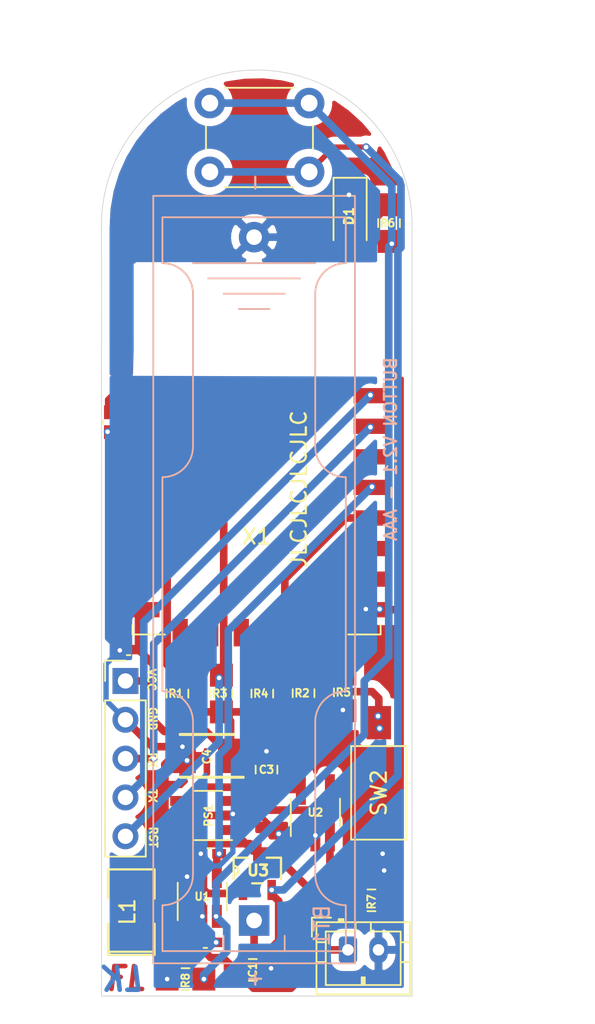
<source format=kicad_pcb>
(kicad_pcb (version 20171130) (host pcbnew "(5.1.9)-1")

  (general
    (thickness 1.6)
    (drawings 16)
    (tracks 213)
    (zones 0)
    (modules 27)
    (nets 18)
  )

  (page A4)
  (layers
    (0 F.Cu signal)
    (31 B.Cu signal)
    (32 B.Adhes user)
    (33 F.Adhes user)
    (34 B.Paste user)
    (35 F.Paste user)
    (36 B.SilkS user)
    (37 F.SilkS user)
    (38 B.Mask user)
    (39 F.Mask user)
    (40 Dwgs.User user)
    (41 Cmts.User user)
    (42 Eco1.User user)
    (43 Eco2.User user)
    (44 Edge.Cuts user)
    (45 Margin user)
    (46 B.CrtYd user hide)
    (47 F.CrtYd user)
    (48 B.Fab user hide)
    (49 F.Fab user)
  )

  (setup
    (last_trace_width 0.35)
    (user_trace_width 0.35)
    (user_trace_width 0.5)
    (trace_clearance 0.1)
    (zone_clearance 0.508)
    (zone_45_only no)
    (trace_min 0.2)
    (via_size 0.8)
    (via_drill 0.4)
    (via_min_size 0.4)
    (via_min_drill 0.3)
    (user_via 0.5 0.3)
    (uvia_size 0.3)
    (uvia_drill 0.1)
    (uvias_allowed no)
    (uvia_min_size 0.2)
    (uvia_min_drill 0.1)
    (edge_width 0.05)
    (segment_width 0.2)
    (pcb_text_width 0.3)
    (pcb_text_size 1.5 1.5)
    (mod_edge_width 0.12)
    (mod_text_size 1 1)
    (mod_text_width 0.15)
    (pad_size 1.524 1.524)
    (pad_drill 0.762)
    (pad_to_mask_clearance 0.051)
    (solder_mask_min_width 0.25)
    (aux_axis_origin 0 0)
    (visible_elements 7FFFFFFF)
    (pcbplotparams
      (layerselection 0x010fc_ffffffff)
      (usegerberextensions false)
      (usegerberattributes false)
      (usegerberadvancedattributes false)
      (creategerberjobfile false)
      (excludeedgelayer true)
      (linewidth 0.100000)
      (plotframeref false)
      (viasonmask false)
      (mode 1)
      (useauxorigin false)
      (hpglpennumber 1)
      (hpglpenspeed 20)
      (hpglpendiameter 15.000000)
      (psnegative false)
      (psa4output false)
      (plotreference true)
      (plotvalue true)
      (plotinvisibletext false)
      (padsonsilk false)
      (subtractmaskfromsilk false)
      (outputformat 1)
      (mirror false)
      (drillshape 0)
      (scaleselection 1)
      (outputdirectory "Gerber/"))
  )

  (net 0 "")
  (net 1 /VCC)
  (net 2 /GND)
  (net 3 /RST)
  (net 4 /RX)
  (net 5 /TX)
  (net 6 /EN)
  (net 7 /GPIO2)
  (net 8 /GPIO0)
  (net 9 "Net-(BT1-Pad1)")
  (net 10 "Net-(L1-Pad2)")
  (net 11 /GPIO15)
  (net 12 "Net-(PS1-Pad3)")
  (net 13 /GPIO4)
  (net 14 "Net-(D1-Pad2)")
  (net 15 "Net-(L1-Pad1)")
  (net 16 "Net-(R6-Pad1)")
  (net 17 "Net-(U1-Pad5)")

  (net_class Default "This is the default net class."
    (clearance 0.1)
    (trace_width 0.25)
    (via_dia 0.8)
    (via_drill 0.4)
    (uvia_dia 0.3)
    (uvia_drill 0.1)
    (add_net /EN)
    (add_net /GND)
    (add_net /GPIO0)
    (add_net /GPIO15)
    (add_net /GPIO2)
    (add_net /GPIO4)
    (add_net /RST)
    (add_net /RX)
    (add_net /TX)
    (add_net /VCC)
    (add_net "Net-(BT1-Pad1)")
    (add_net "Net-(D1-Pad2)")
    (add_net "Net-(L1-Pad1)")
    (add_net "Net-(L1-Pad2)")
    (add_net "Net-(PS1-Pad3)")
    (add_net "Net-(R6-Pad1)")
    (add_net "Net-(U1-Pad5)")
  )

  (module SamacSys_Parts:SOT95P280X130-3N (layer F.Cu) (tedit 6038E6C9) (tstamp 603D3C17)
    (at 127 105.3 90)
    (descr SOT95P280X130-3N)
    (tags "Undefined or Miscellaneous")
    (path /603E2948)
    (attr smd)
    (fp_text reference U3 (at 0 0.05) (layer F.SilkS)
      (effects (font (size 0.7 0.7) (thickness 0.175)))
    )
    (fp_text value TSM2323CX (at -3.4544 -2.54 -90) (layer F.SilkS) hide
      (effects (font (size 1.27 1.27) (thickness 0.254)))
    )
    (fp_arc (start 0 -1.5494) (end 0.3048 -1.5494) (angle 180) (layer F.SilkS) (width 0.1524))
    (fp_text user %R (at -3.4544 -2.54 -90) (layer F.Fab)
      (effects (font (size 1.27 1.27) (thickness 0.254)))
    )
    (fp_line (start -0.8382 -0.3302) (end -0.8382 0.3302) (layer F.SilkS) (width 0.1524))
    (fp_line (start -0.3048 -1.5494) (end -0.5588 -1.5494) (layer F.SilkS) (width 0.1524))
    (fp_line (start 0.3048 -1.5494) (end -0.3048 -1.5494) (layer F.SilkS) (width 0.1524))
    (fp_line (start 0.8382 -1.5494) (end 0.3048 -1.5494) (layer F.SilkS) (width 0.1524))
    (fp_line (start 0.8382 1.5494) (end 0.8382 0.6096) (layer F.SilkS) (width 0.1524))
    (fp_line (start -0.5588 1.5494) (end 0.8382 1.5494) (layer F.SilkS) (width 0.1524))
    (fp_line (start 0.8382 -0.6096) (end 0.8382 -1.5494) (layer F.SilkS) (width 0.1524))
    (pad 3 smd rect (at 1.27 0 180) (size 0.5588 1.3208) (layers F.Cu F.Paste F.Mask)
      (net 15 "Net-(L1-Pad1)"))
    (pad 2 smd rect (at -1.27 0.9398 180) (size 0.5588 1.3208) (layers F.Cu F.Paste F.Mask)
      (net 9 "Net-(BT1-Pad1)"))
    (pad 1 smd rect (at -1.27 -0.9398 180) (size 0.5588 1.3208) (layers F.Cu F.Paste F.Mask)
      (net 17 "Net-(U1-Pad5)"))
    (model ${KISYS3DMOD}/Package_TO_SOT_SMD.3dshapes/SOT-23.step
      (at (xyz 0 0 0))
      (scale (xyz 1 1 1))
      (rotate (xyz 0 0 0))
    )
  )

  (module handsolder:SOT-23-6handsoldering (layer F.Cu) (tedit 603591F5) (tstamp 603D3BDF)
    (at 123.4 107 90)
    (descr "6-pin SOT-23 package")
    (tags SOT-23-6)
    (path /603DA7CE)
    (attr smd)
    (fp_text reference U1 (at 0 0) (layer F.SilkS)
      (effects (font (size 0.5 0.5) (thickness 0.125)))
    )
    (fp_text value TPL5110 (at 0 2.9 270) (layer F.Fab)
      (effects (font (size 1 1) (thickness 0.15)))
    )
    (fp_text user %R (at 0 0 180) (layer F.Fab)
      (effects (font (size 0.5 0.5) (thickness 0.075)))
    )
    (fp_line (start 0.9 -1.55) (end 0.9 1.55) (layer F.Fab) (width 0.1))
    (fp_line (start 0.9 1.55) (end -0.9 1.55) (layer F.Fab) (width 0.1))
    (fp_line (start -0.9 -0.9) (end -0.9 1.55) (layer F.Fab) (width 0.1))
    (fp_line (start 0.9 -1.55) (end -0.25 -1.55) (layer F.Fab) (width 0.1))
    (fp_line (start -0.9 -0.9) (end -0.25 -1.55) (layer F.Fab) (width 0.1))
    (fp_line (start -1.9 -1.8) (end -1.9 1.8) (layer F.CrtYd) (width 0.05))
    (fp_line (start -1.9 1.8) (end 1.9 1.8) (layer F.CrtYd) (width 0.05))
    (fp_line (start 1.9 1.8) (end 1.9 -1.8) (layer F.CrtYd) (width 0.05))
    (fp_line (start 1.9 -1.8) (end -1.9 -1.8) (layer F.CrtYd) (width 0.05))
    (fp_line (start 0.9 -1.61) (end -1.55 -1.61) (layer F.SilkS) (width 0.12))
    (fp_line (start -0.9 1.61) (end 0.9 1.61) (layer F.SilkS) (width 0.12))
    (pad 5 smd rect (at 1.3 0 90) (size 1.5 0.65) (layers F.Cu F.Paste F.Mask)
      (net 17 "Net-(U1-Pad5)"))
    (pad 6 smd rect (at 1.3 -0.95 90) (size 1.5 0.65) (layers F.Cu F.Paste F.Mask)
      (net 2 /GND))
    (pad 4 smd rect (at 1.3 0.95 90) (size 1.5 0.65) (layers F.Cu F.Paste F.Mask)
      (net 13 /GPIO4))
    (pad 3 smd rect (at -1.3 0.95 90) (size 1.5 0.65) (layers F.Cu F.Paste F.Mask)
      (net 16 "Net-(R6-Pad1)"))
    (pad 2 smd rect (at -1.3 0 90) (size 1.5 0.65) (layers F.Cu F.Paste F.Mask)
      (net 2 /GND))
    (pad 1 smd rect (at -1.3 -0.95 90) (size 1.5 0.65) (layers F.Cu F.Paste F.Mask)
      (net 9 "Net-(BT1-Pad1)"))
    (model ${KISYS3DMOD}/Package_TO_SOT_SMD.3dshapes/SOT-23-6.wrl
      (at (xyz 0 0 0))
      (scale (xyz 1 1 1))
      (rotate (xyz 0 0 0))
    )
  )

  (module handsolder:R_0805_2012handsoldermod (layer F.Cu) (tedit 60358F22) (tstamp 603D3B59)
    (at 122.3 112.4 180)
    (descr "Resistor SMD 0805 (2012 Metric), square (rectangular) end terminal, IPC_7351 nominal with elongated pad for handsoldering. (Body size source: https://docs.google.com/spreadsheets/d/1BsfQQcO9C6DZCsRaXUlFlo91Tg2WpOkGARC1WS5S8t0/edit?usp=sharing), generated with kicad-footprint-generator")
    (tags "resistor handsolder")
    (path /603F1D26)
    (attr smd)
    (fp_text reference R8 (at 0 -0.1 90) (layer F.SilkS)
      (effects (font (size 0.5 0.5) (thickness 0.125)))
    )
    (fp_text value 10k (at 0 1.65) (layer F.Fab) hide
      (effects (font (size 1 1) (thickness 0.15)))
    )
    (fp_text user %R (at 0 0) (layer F.Fab)
      (effects (font (size 0.5 0.5) (thickness 0.08)))
    )
    (fp_line (start 2.05 0.95) (end -2.05 0.95) (layer F.CrtYd) (width 0.05))
    (fp_line (start 2.05 -0.95) (end 2.05 0.95) (layer F.CrtYd) (width 0.05))
    (fp_line (start -2.05 -0.95) (end 2.05 -0.95) (layer F.CrtYd) (width 0.05))
    (fp_line (start -2.05 0.95) (end -2.05 -0.95) (layer F.CrtYd) (width 0.05))
    (fp_line (start -0.261252 0.71) (end 0.261252 0.71) (layer F.SilkS) (width 0.12))
    (fp_line (start -0.261252 -0.71) (end 0.261252 -0.71) (layer F.SilkS) (width 0.12))
    (fp_line (start 1 0.6) (end -1 0.6) (layer F.Fab) (width 0.1))
    (fp_line (start 1 -0.6) (end 1 0.6) (layer F.Fab) (width 0.1))
    (fp_line (start -1 -0.6) (end 1 -0.6) (layer F.Fab) (width 0.1))
    (fp_line (start -1 0.6) (end -1 -0.6) (layer F.Fab) (width 0.1))
    (pad 2 smd rect (at 1.2 0 180) (size 1.5 1.5) (layers F.Cu F.Paste F.Mask)
      (net 2 /GND))
    (pad 1 smd rect (at -1.2 0 180) (size 1.5 1.5) (layers F.Cu F.Paste F.Mask)
      (net 16 "Net-(R6-Pad1)"))
    (model ${KISYS3DMOD}/Resistor_SMD.3dshapes/R_0805_2012Metric.wrl
      (at (xyz 0 0 0))
      (scale (xyz 1 1 1))
      (rotate (xyz 0 0 0))
    )
  )

  (module handsolder:C_0402_1005Metric_Pad0.74x0.62mm_HandSoldermod (layer F.Cu) (tedit 6036714F) (tstamp 603D39D2)
    (at 123.85 104.2)
    (descr "Capacitor SMD 0402 (1005 Metric), square (rectangular) end terminal, IPC_7351 nominal with elongated pad for handsoldering. (Body size source: IPC-SM-782 page 76, https://www.pcb-3d.com/wordpress/wp-content/uploads/ipc-sm-782a_amendment_1_and_2.pdf), generated with kicad-footprint-generator")
    (tags "capacitor handsolder")
    (path /603DFD21)
    (attr smd)
    (fp_text reference C7 (at 0 0) (layer F.SilkS) hide
      (effects (font (size 0.5 0.5) (thickness 0.125)))
    )
    (fp_text value 100nF (at 0 1.16) (layer F.Fab)
      (effects (font (size 1 1) (thickness 0.15)))
    )
    (fp_text user %R (at 0 0) (layer F.Fab)
      (effects (font (size 0.25 0.25) (thickness 0.04)))
    )
    (fp_line (start 1.08 0.46) (end -1.08 0.46) (layer F.CrtYd) (width 0.05))
    (fp_line (start 1.08 -0.46) (end 1.08 0.46) (layer F.CrtYd) (width 0.05))
    (fp_line (start -1.08 -0.46) (end 1.08 -0.46) (layer F.CrtYd) (width 0.05))
    (fp_line (start -1.08 0.46) (end -1.08 -0.46) (layer F.CrtYd) (width 0.05))
    (fp_line (start -0.115835 -0.36) (end 0.115835 -0.36) (layer F.SilkS) (width 0.12))
    (fp_line (start 0.5 0.25) (end -0.5 0.25) (layer F.Fab) (width 0.1))
    (fp_line (start 0.5 -0.25) (end 0.5 0.25) (layer F.Fab) (width 0.1))
    (fp_line (start -0.5 -0.25) (end 0.5 -0.25) (layer F.Fab) (width 0.1))
    (fp_line (start -0.5 0.25) (end -0.5 -0.25) (layer F.Fab) (width 0.1))
    (pad 2 smd rect (at 0.65 0) (size 0.9 0.62) (layers F.Cu F.Paste F.Mask)
      (net 13 /GPIO4))
    (pad 1 smd rect (at -0.65 0) (size 0.9 0.62) (layers F.Cu F.Paste F.Mask)
      (net 2 /GND))
    (model ${KISYS3DMOD}/Capacitor_SMD.3dshapes/C_0402_1005Metric.wrl
      (at (xyz 0 0 0))
      (scale (xyz 1 1 1))
      (rotate (xyz 0 0 0))
    )
  )

  (module handsolder:C_0402_1005Metric_Pad0.74x0.62mm_HandSoldermod (layer F.Cu) (tedit 6036714F) (tstamp 603D39C2)
    (at 123.6 110 180)
    (descr "Capacitor SMD 0402 (1005 Metric), square (rectangular) end terminal, IPC_7351 nominal with elongated pad for handsoldering. (Body size source: IPC-SM-782 page 76, https://www.pcb-3d.com/wordpress/wp-content/uploads/ipc-sm-782a_amendment_1_and_2.pdf), generated with kicad-footprint-generator")
    (tags "capacitor handsolder")
    (path /603DE91C)
    (attr smd)
    (fp_text reference C6 (at 0 0) (layer F.SilkS) hide
      (effects (font (size 0.5 0.5) (thickness 0.125)))
    )
    (fp_text value 100nF (at 0 1.16) (layer F.Fab)
      (effects (font (size 1 1) (thickness 0.15)))
    )
    (fp_text user %R (at 0 0) (layer F.Fab)
      (effects (font (size 0.25 0.25) (thickness 0.04)))
    )
    (fp_line (start 1.08 0.46) (end -1.08 0.46) (layer F.CrtYd) (width 0.05))
    (fp_line (start 1.08 -0.46) (end 1.08 0.46) (layer F.CrtYd) (width 0.05))
    (fp_line (start -1.08 -0.46) (end 1.08 -0.46) (layer F.CrtYd) (width 0.05))
    (fp_line (start -1.08 0.46) (end -1.08 -0.46) (layer F.CrtYd) (width 0.05))
    (fp_line (start -0.115835 -0.36) (end 0.115835 -0.36) (layer F.SilkS) (width 0.12))
    (fp_line (start 0.5 0.25) (end -0.5 0.25) (layer F.Fab) (width 0.1))
    (fp_line (start 0.5 -0.25) (end 0.5 0.25) (layer F.Fab) (width 0.1))
    (fp_line (start -0.5 -0.25) (end 0.5 -0.25) (layer F.Fab) (width 0.1))
    (fp_line (start -0.5 0.25) (end -0.5 -0.25) (layer F.Fab) (width 0.1))
    (pad 2 smd rect (at 0.65 0 180) (size 0.9 0.62) (layers F.Cu F.Paste F.Mask)
      (net 9 "Net-(BT1-Pad1)"))
    (pad 1 smd rect (at -0.65 0 180) (size 0.9 0.62) (layers F.Cu F.Paste F.Mask)
      (net 2 /GND))
    (model ${KISYS3DMOD}/Capacitor_SMD.3dshapes/C_0402_1005Metric.wrl
      (at (xyz 0 0 0))
      (scale (xyz 1 1 1))
      (rotate (xyz 0 0 0))
    )
  )

  (module SamacSys_Parts:CAPPM3528X210N (layer F.Cu) (tedit 60364A5B) (tstamp 603B0345)
    (at 123.7 97.8 180)
    (descr T495B-10)
    (tags "Capacitor Polarised")
    (path /603B7EFF)
    (attr smd)
    (fp_text reference C4 (at 0 -0.05 270) (layer F.SilkS)
      (effects (font (size 0.5 0.5) (thickness 0.125)))
    )
    (fp_text value 100uF (at 0 0 180) (layer F.SilkS) hide
      (effects (font (size 1.27 1.27) (thickness 0.254)))
    )
    (fp_text user %R (at 0 0 180) (layer F.Fab)
      (effects (font (size 1.27 1.27) (thickness 0.254)))
    )
    (fp_line (start -1.75 1.4) (end 1.75 1.4) (layer F.SilkS) (width 0.2))
    (fp_line (start 1.75 -1.4) (end -2.375 -1.4) (layer F.SilkS) (width 0.2))
    (fp_line (start -1.75 -0.575) (end -0.925 -1.4) (layer F.Fab) (width 0.1))
    (fp_line (start -1.75 1.4) (end -1.75 -1.4) (layer F.Fab) (width 0.1))
    (fp_line (start 1.75 1.4) (end -1.75 1.4) (layer F.Fab) (width 0.1))
    (fp_line (start 1.75 -1.4) (end 1.75 1.4) (layer F.Fab) (width 0.1))
    (fp_line (start -1.75 -1.4) (end 1.75 -1.4) (layer F.Fab) (width 0.1))
    (fp_line (start -2.625 1.75) (end -2.625 -1.75) (layer F.CrtYd) (width 0.05))
    (fp_line (start 2.625 1.75) (end -2.625 1.75) (layer F.CrtYd) (width 0.05))
    (fp_line (start 2.625 -1.75) (end 2.625 1.75) (layer F.CrtYd) (width 0.05))
    (fp_line (start -2.625 -1.75) (end 2.625 -1.75) (layer F.CrtYd) (width 0.05))
    (pad 2 smd rect (at 1.55 0 180) (size 1.65 2.25) (layers F.Cu F.Paste F.Mask)
      (net 2 /GND))
    (pad 1 smd rect (at -1.55 0 180) (size 1.65 2.25) (layers F.Cu F.Paste F.Mask)
      (net 1 /VCC))
    (model "C:\\Program Files\\KiCad\\SamacSys_Parts.3dshapes\\T495B476K006ATE450.stp"
      (at (xyz 0 0 0))
      (scale (xyz 1 1 1))
      (rotate (xyz 0 0 0))
    )
  )

  (module handsolder:C_0402_1005Metric_Pad0.74x0.62mm_HandSoldermod (layer F.Cu) (tedit 6036714F) (tstamp 602DB527)
    (at 117.275 75.975 90)
    (descr "Capacitor SMD 0402 (1005 Metric), square (rectangular) end terminal, IPC_7351 nominal with elongated pad for handsoldering. (Body size source: IPC-SM-782 page 76, https://www.pcb-3d.com/wordpress/wp-content/uploads/ipc-sm-782a_amendment_1_and_2.pdf), generated with kicad-footprint-generator")
    (tags "capacitor handsolder")
    (path /602C896A)
    (attr smd)
    (fp_text reference C2 (at 0 0) (layer F.SilkS) hide
      (effects (font (size 0.5 0.5) (thickness 0.125)))
    )
    (fp_text value 100nF (at 0 1.65 90) (layer F.Fab) hide
      (effects (font (size 1 1) (thickness 0.15)))
    )
    (fp_line (start -0.5 0.25) (end -0.5 -0.25) (layer F.Fab) (width 0.1))
    (fp_line (start -0.5 -0.25) (end 0.5 -0.25) (layer F.Fab) (width 0.1))
    (fp_line (start 0.5 -0.25) (end 0.5 0.25) (layer F.Fab) (width 0.1))
    (fp_line (start 0.5 0.25) (end -0.5 0.25) (layer F.Fab) (width 0.1))
    (fp_line (start -0.115835 -0.36) (end 0.115835 -0.36) (layer F.SilkS) (width 0.12))
    (fp_line (start -1.08 0.46) (end -1.08 -0.46) (layer F.CrtYd) (width 0.05))
    (fp_line (start -1.08 -0.46) (end 1.08 -0.46) (layer F.CrtYd) (width 0.05))
    (fp_line (start 1.08 -0.46) (end 1.08 0.46) (layer F.CrtYd) (width 0.05))
    (fp_line (start 1.08 0.46) (end -1.08 0.46) (layer F.CrtYd) (width 0.05))
    (fp_text user %R (at 0 0 90) (layer F.Fab)
      (effects (font (size 0.5 0.5) (thickness 0.08)))
    )
    (pad 2 smd rect (at 0.65 0 90) (size 0.9 0.62) (layers F.Cu F.Paste F.Mask)
      (net 3 /RST))
    (pad 1 smd rect (at -0.65 0 90) (size 0.9 0.62) (layers F.Cu F.Paste F.Mask)
      (net 2 /GND))
    (model ${KISYS3DMOD}/Capacitor_SMD.3dshapes/C_0402_1005Metric.wrl
      (at (xyz 0 0 0))
      (scale (xyz 1 1 1))
      (rotate (xyz 0 0 0))
    )
  )

  (module handsolder:SOT-23-5_HandSolderingmod (layer F.Cu) (tedit 6035922E) (tstamp 603B03D8)
    (at 123.8 101.7 180)
    (descr "5-pin SOT23 package")
    (tags "SOT-23-5 hand-soldering")
    (path /603AE74A)
    (attr smd)
    (fp_text reference PS1 (at 0 0 90) (layer F.SilkS)
      (effects (font (size 0.5 0.5) (thickness 0.125)))
    )
    (fp_text value TPS61097A-33DBVR (at 10.287 1.143) (layer F.SilkS) hide
      (effects (font (size 1 1) (thickness 0.15)))
    )
    (fp_line (start -0.9 1.61) (end 0.9 1.61) (layer F.SilkS) (width 0.12))
    (fp_line (start 0.9 -1.61) (end -1.55 -1.61) (layer F.SilkS) (width 0.12))
    (fp_line (start -0.9 -0.9) (end -0.25 -1.55) (layer F.Fab) (width 0.1))
    (fp_line (start 0.9 -1.55) (end -0.25 -1.55) (layer F.Fab) (width 0.1))
    (fp_line (start -0.9 -0.9) (end -0.9 1.55) (layer F.Fab) (width 0.1))
    (fp_line (start 0.9 1.55) (end -0.9 1.55) (layer F.Fab) (width 0.1))
    (fp_line (start 0.9 -1.55) (end 0.9 1.55) (layer F.Fab) (width 0.1))
    (fp_line (start -2.38 -1.8) (end 2.38 -1.8) (layer F.CrtYd) (width 0.05))
    (fp_line (start -2.38 -1.8) (end -2.38 1.8) (layer F.CrtYd) (width 0.05))
    (fp_line (start 2.38 1.8) (end 2.38 -1.8) (layer F.CrtYd) (width 0.05))
    (fp_line (start 2.38 1.8) (end -2.38 1.8) (layer F.CrtYd) (width 0.05))
    (fp_text user %R (at 0 0 270) (layer F.Fab)
      (effects (font (size 0.5 0.5) (thickness 0.075)))
    )
    (pad 5 smd rect (at 1.5 -0.95 180) (size 2 0.65) (layers F.Cu F.Paste F.Mask)
      (net 10 "Net-(L1-Pad2)"))
    (pad 4 smd rect (at 1.5 0.95 180) (size 2 0.65) (layers F.Cu F.Paste F.Mask)
      (net 1 /VCC))
    (pad 3 smd rect (at -1.55 0.95 180) (size 2 0.65) (layers F.Cu F.Paste F.Mask)
      (net 12 "Net-(PS1-Pad3)"))
    (pad 2 smd trapezoid (at -1.55 0 180) (size 2 0.65) (layers F.Cu F.Paste F.Mask)
      (net 2 /GND))
    (pad 1 smd rect (at -1.55 -0.95 180) (size 2 0.65) (layers F.Cu F.Paste F.Mask)
      (net 15 "Net-(L1-Pad1)"))
    (model ${KISYS3DMOD}/Package_TO_SOT_SMD.3dshapes/SOT-23-5.wrl
      (at (xyz 0 0 0))
      (scale (xyz 1 1 1))
      (rotate (xyz 0 0 0))
    )
  )

  (module handsolder:SOT-23-5_HandSolderingmod (layer F.Cu) (tedit 6035922E) (tstamp 602E9ADE)
    (at 130.8 101.5 90)
    (descr "5-pin SOT23 package")
    (tags "SOT-23-5 hand-soldering")
    (path /602F5FBE)
    (attr smd)
    (fp_text reference U2 (at 0 0) (layer F.SilkS)
      (effects (font (size 0.5 0.5) (thickness 0.125)))
    )
    (fp_text value AP2112K-3.3 (at 10.287 1.143 90) (layer F.SilkS) hide
      (effects (font (size 1 1) (thickness 0.15)))
    )
    (fp_line (start -0.9 1.61) (end 0.9 1.61) (layer F.SilkS) (width 0.12))
    (fp_line (start 0.9 -1.61) (end -1.55 -1.61) (layer F.SilkS) (width 0.12))
    (fp_line (start -0.9 -0.9) (end -0.25 -1.55) (layer F.Fab) (width 0.1))
    (fp_line (start 0.9 -1.55) (end -0.25 -1.55) (layer F.Fab) (width 0.1))
    (fp_line (start -0.9 -0.9) (end -0.9 1.55) (layer F.Fab) (width 0.1))
    (fp_line (start 0.9 1.55) (end -0.9 1.55) (layer F.Fab) (width 0.1))
    (fp_line (start 0.9 -1.55) (end 0.9 1.55) (layer F.Fab) (width 0.1))
    (fp_line (start -2.38 -1.8) (end 2.38 -1.8) (layer F.CrtYd) (width 0.05))
    (fp_line (start -2.38 -1.8) (end -2.38 1.8) (layer F.CrtYd) (width 0.05))
    (fp_line (start 2.38 1.8) (end 2.38 -1.8) (layer F.CrtYd) (width 0.05))
    (fp_line (start 2.38 1.8) (end -2.38 1.8) (layer F.CrtYd) (width 0.05))
    (fp_text user %R (at 0 0 180) (layer F.Fab)
      (effects (font (size 0.5 0.5) (thickness 0.075)))
    )
    (pad 5 smd rect (at 1.5 -0.95 90) (size 2 0.65) (layers F.Cu F.Paste F.Mask)
      (net 1 /VCC))
    (pad 4 smd rect (at 1.5 0.95 90) (size 2 0.65) (layers F.Cu F.Paste F.Mask))
    (pad 3 smd rect (at -1.55 0.95 90) (size 2 0.65) (layers F.Cu F.Paste F.Mask)
      (net 12 "Net-(PS1-Pad3)"))
    (pad 2 smd trapezoid (at -1.55 0 90) (size 2 0.65) (layers F.Cu F.Paste F.Mask)
      (net 2 /GND))
    (pad 1 smd rect (at -1.55 -0.95 90) (size 2 0.65) (layers F.Cu F.Paste F.Mask)
      (net 15 "Net-(L1-Pad1)"))
    (model ${KISYS3DMOD}/Package_TO_SOT_SMD.3dshapes/SOT-23-5.wrl
      (at (xyz 0 0 0))
      (scale (xyz 1 1 1))
      (rotate (xyz 0 0 0))
    )
  )

  (module handsolder:R_0805_2012handsoldermod (layer F.Cu) (tedit 60358F22) (tstamp 602E9A2F)
    (at 134.47 107.25 180)
    (descr "Resistor SMD 0805 (2012 Metric), square (rectangular) end terminal, IPC_7351 nominal with elongated pad for handsoldering. (Body size source: https://docs.google.com/spreadsheets/d/1BsfQQcO9C6DZCsRaXUlFlo91Tg2WpOkGARC1WS5S8t0/edit?usp=sharing), generated with kicad-footprint-generator")
    (tags "resistor handsolder")
    (path /602F7A06)
    (attr smd)
    (fp_text reference R7 (at 0 -0.1 90) (layer F.SilkS)
      (effects (font (size 0.5 0.5) (thickness 0.125)))
    )
    (fp_text value 10k (at 0 1.65) (layer F.Fab) hide
      (effects (font (size 1 1) (thickness 0.15)))
    )
    (fp_line (start -1 0.6) (end -1 -0.6) (layer F.Fab) (width 0.1))
    (fp_line (start -1 -0.6) (end 1 -0.6) (layer F.Fab) (width 0.1))
    (fp_line (start 1 -0.6) (end 1 0.6) (layer F.Fab) (width 0.1))
    (fp_line (start 1 0.6) (end -1 0.6) (layer F.Fab) (width 0.1))
    (fp_line (start -0.261252 -0.71) (end 0.261252 -0.71) (layer F.SilkS) (width 0.12))
    (fp_line (start -0.261252 0.71) (end 0.261252 0.71) (layer F.SilkS) (width 0.12))
    (fp_line (start -2.05 0.95) (end -2.05 -0.95) (layer F.CrtYd) (width 0.05))
    (fp_line (start -2.05 -0.95) (end 2.05 -0.95) (layer F.CrtYd) (width 0.05))
    (fp_line (start 2.05 -0.95) (end 2.05 0.95) (layer F.CrtYd) (width 0.05))
    (fp_line (start 2.05 0.95) (end -2.05 0.95) (layer F.CrtYd) (width 0.05))
    (fp_text user %R (at 0 0) (layer F.Fab)
      (effects (font (size 0.5 0.5) (thickness 0.08)))
    )
    (pad 2 smd rect (at 1.2 0 180) (size 1.5 1.5) (layers F.Cu F.Paste F.Mask)
      (net 12 "Net-(PS1-Pad3)"))
    (pad 1 smd rect (at -1.2 0 180) (size 1.5 1.5) (layers F.Cu F.Paste F.Mask)
      (net 15 "Net-(L1-Pad1)"))
    (model ${KISYS3DMOD}/Resistor_SMD.3dshapes/R_0805_2012Metric.wrl
      (at (xyz 0 0 0))
      (scale (xyz 1 1 1))
      (rotate (xyz 0 0 0))
    )
  )

  (module handsolder:R_0805_2012handsoldermod (layer F.Cu) (tedit 60358F22) (tstamp 602DB5DB)
    (at 135.62 62.95 90)
    (descr "Resistor SMD 0805 (2012 Metric), square (rectangular) end terminal, IPC_7351 nominal with elongated pad for handsoldering. (Body size source: https://docs.google.com/spreadsheets/d/1BsfQQcO9C6DZCsRaXUlFlo91Tg2WpOkGARC1WS5S8t0/edit?usp=sharing), generated with kicad-footprint-generator")
    (tags "resistor handsolder")
    (path /602D454A)
    (attr smd)
    (fp_text reference R6 (at 0 -0.1) (layer F.SilkS)
      (effects (font (size 0.5 0.5) (thickness 0.125)))
    )
    (fp_text value 1k (at 0 1.65 90) (layer F.Fab) hide
      (effects (font (size 1 1) (thickness 0.15)))
    )
    (fp_line (start -1 0.6) (end -1 -0.6) (layer F.Fab) (width 0.1))
    (fp_line (start -1 -0.6) (end 1 -0.6) (layer F.Fab) (width 0.1))
    (fp_line (start 1 -0.6) (end 1 0.6) (layer F.Fab) (width 0.1))
    (fp_line (start 1 0.6) (end -1 0.6) (layer F.Fab) (width 0.1))
    (fp_line (start -0.261252 -0.71) (end 0.261252 -0.71) (layer F.SilkS) (width 0.12))
    (fp_line (start -0.261252 0.71) (end 0.261252 0.71) (layer F.SilkS) (width 0.12))
    (fp_line (start -2.05 0.95) (end -2.05 -0.95) (layer F.CrtYd) (width 0.05))
    (fp_line (start -2.05 -0.95) (end 2.05 -0.95) (layer F.CrtYd) (width 0.05))
    (fp_line (start 2.05 -0.95) (end 2.05 0.95) (layer F.CrtYd) (width 0.05))
    (fp_line (start 2.05 0.95) (end -2.05 0.95) (layer F.CrtYd) (width 0.05))
    (fp_text user %R (at 0 0 90) (layer F.Fab)
      (effects (font (size 0.5 0.5) (thickness 0.08)))
    )
    (pad 2 smd rect (at 1.2 0 90) (size 1.5 1.5) (layers F.Cu F.Paste F.Mask)
      (net 14 "Net-(D1-Pad2)"))
    (pad 1 smd rect (at -1.2 0 90) (size 1.5 1.5) (layers F.Cu F.Paste F.Mask)
      (net 16 "Net-(R6-Pad1)"))
    (model ${KISYS3DMOD}/Resistor_SMD.3dshapes/R_0805_2012Metric.wrl
      (at (xyz 0 0 0))
      (scale (xyz 1 1 1))
      (rotate (xyz 0 0 0))
    )
  )

  (module handsolder:R_0805_2012handsoldermod (layer F.Cu) (tedit 60358F22) (tstamp 602DB5CA)
    (at 132.725 93.65 90)
    (descr "Resistor SMD 0805 (2012 Metric), square (rectangular) end terminal, IPC_7351 nominal with elongated pad for handsoldering. (Body size source: https://docs.google.com/spreadsheets/d/1BsfQQcO9C6DZCsRaXUlFlo91Tg2WpOkGARC1WS5S8t0/edit?usp=sharing), generated with kicad-footprint-generator")
    (tags "resistor handsolder")
    (path /602CA91E)
    (attr smd)
    (fp_text reference R5 (at 0 -0.1) (layer F.SilkS)
      (effects (font (size 0.5 0.5) (thickness 0.125)))
    )
    (fp_text value 4.7k (at 0 1.65 90) (layer F.Fab) hide
      (effects (font (size 1 1) (thickness 0.15)))
    )
    (fp_line (start -1 0.6) (end -1 -0.6) (layer F.Fab) (width 0.1))
    (fp_line (start -1 -0.6) (end 1 -0.6) (layer F.Fab) (width 0.1))
    (fp_line (start 1 -0.6) (end 1 0.6) (layer F.Fab) (width 0.1))
    (fp_line (start 1 0.6) (end -1 0.6) (layer F.Fab) (width 0.1))
    (fp_line (start -0.261252 -0.71) (end 0.261252 -0.71) (layer F.SilkS) (width 0.12))
    (fp_line (start -0.261252 0.71) (end 0.261252 0.71) (layer F.SilkS) (width 0.12))
    (fp_line (start -2.05 0.95) (end -2.05 -0.95) (layer F.CrtYd) (width 0.05))
    (fp_line (start -2.05 -0.95) (end 2.05 -0.95) (layer F.CrtYd) (width 0.05))
    (fp_line (start 2.05 -0.95) (end 2.05 0.95) (layer F.CrtYd) (width 0.05))
    (fp_line (start 2.05 0.95) (end -2.05 0.95) (layer F.CrtYd) (width 0.05))
    (fp_text user %R (at 0 0 90) (layer F.Fab)
      (effects (font (size 0.5 0.5) (thickness 0.08)))
    )
    (pad 2 smd rect (at 1.2 0 90) (size 1.5 1.5) (layers F.Cu F.Paste F.Mask)
      (net 11 /GPIO15))
    (pad 1 smd rect (at -1.2 0 90) (size 1.5 1.5) (layers F.Cu F.Paste F.Mask)
      (net 2 /GND))
    (model ${KISYS3DMOD}/Resistor_SMD.3dshapes/R_0805_2012Metric.wrl
      (at (xyz 0 0 0))
      (scale (xyz 1 1 1))
      (rotate (xyz 0 0 0))
    )
  )

  (module handsolder:R_0805_2012handsoldermod (layer F.Cu) (tedit 60358F22) (tstamp 602DB5B9)
    (at 127.325 93.725 90)
    (descr "Resistor SMD 0805 (2012 Metric), square (rectangular) end terminal, IPC_7351 nominal with elongated pad for handsoldering. (Body size source: https://docs.google.com/spreadsheets/d/1BsfQQcO9C6DZCsRaXUlFlo91Tg2WpOkGARC1WS5S8t0/edit?usp=sharing), generated with kicad-footprint-generator")
    (tags "resistor handsolder")
    (path /602CA541)
    (attr smd)
    (fp_text reference R4 (at 0 -0.1) (layer F.SilkS)
      (effects (font (size 0.5 0.5) (thickness 0.125)))
    )
    (fp_text value 10k (at 0 1.65 90) (layer F.Fab) hide
      (effects (font (size 1 1) (thickness 0.15)))
    )
    (fp_line (start -1 0.6) (end -1 -0.6) (layer F.Fab) (width 0.1))
    (fp_line (start -1 -0.6) (end 1 -0.6) (layer F.Fab) (width 0.1))
    (fp_line (start 1 -0.6) (end 1 0.6) (layer F.Fab) (width 0.1))
    (fp_line (start 1 0.6) (end -1 0.6) (layer F.Fab) (width 0.1))
    (fp_line (start -0.261252 -0.71) (end 0.261252 -0.71) (layer F.SilkS) (width 0.12))
    (fp_line (start -0.261252 0.71) (end 0.261252 0.71) (layer F.SilkS) (width 0.12))
    (fp_line (start -2.05 0.95) (end -2.05 -0.95) (layer F.CrtYd) (width 0.05))
    (fp_line (start -2.05 -0.95) (end 2.05 -0.95) (layer F.CrtYd) (width 0.05))
    (fp_line (start 2.05 -0.95) (end 2.05 0.95) (layer F.CrtYd) (width 0.05))
    (fp_line (start 2.05 0.95) (end -2.05 0.95) (layer F.CrtYd) (width 0.05))
    (fp_text user %R (at 0 0 90) (layer F.Fab)
      (effects (font (size 0.5 0.5) (thickness 0.08)))
    )
    (pad 2 smd rect (at 1.2 0 90) (size 1.5 1.5) (layers F.Cu F.Paste F.Mask)
      (net 8 /GPIO0))
    (pad 1 smd rect (at -1.2 0 90) (size 1.5 1.5) (layers F.Cu F.Paste F.Mask)
      (net 1 /VCC))
    (model ${KISYS3DMOD}/Resistor_SMD.3dshapes/R_0805_2012Metric.wrl
      (at (xyz 0 0 0))
      (scale (xyz 1 1 1))
      (rotate (xyz 0 0 0))
    )
  )

  (module handsolder:R_0805_2012handsoldermod (layer F.Cu) (tedit 60358F22) (tstamp 602DB5A8)
    (at 124.65 93.725 90)
    (descr "Resistor SMD 0805 (2012 Metric), square (rectangular) end terminal, IPC_7351 nominal with elongated pad for handsoldering. (Body size source: https://docs.google.com/spreadsheets/d/1BsfQQcO9C6DZCsRaXUlFlo91Tg2WpOkGARC1WS5S8t0/edit?usp=sharing), generated with kicad-footprint-generator")
    (tags "resistor handsolder")
    (path /602C7954)
    (attr smd)
    (fp_text reference R3 (at 0 -0.1) (layer F.SilkS)
      (effects (font (size 0.5 0.5) (thickness 0.125)))
    )
    (fp_text value 10k (at 0 1.65 90) (layer F.Fab) hide
      (effects (font (size 1 1) (thickness 0.15)))
    )
    (fp_line (start -1 0.6) (end -1 -0.6) (layer F.Fab) (width 0.1))
    (fp_line (start -1 -0.6) (end 1 -0.6) (layer F.Fab) (width 0.1))
    (fp_line (start 1 -0.6) (end 1 0.6) (layer F.Fab) (width 0.1))
    (fp_line (start 1 0.6) (end -1 0.6) (layer F.Fab) (width 0.1))
    (fp_line (start -0.261252 -0.71) (end 0.261252 -0.71) (layer F.SilkS) (width 0.12))
    (fp_line (start -0.261252 0.71) (end 0.261252 0.71) (layer F.SilkS) (width 0.12))
    (fp_line (start -2.05 0.95) (end -2.05 -0.95) (layer F.CrtYd) (width 0.05))
    (fp_line (start -2.05 -0.95) (end 2.05 -0.95) (layer F.CrtYd) (width 0.05))
    (fp_line (start 2.05 -0.95) (end 2.05 0.95) (layer F.CrtYd) (width 0.05))
    (fp_line (start 2.05 0.95) (end -2.05 0.95) (layer F.CrtYd) (width 0.05))
    (fp_text user %R (at 0 0 90) (layer F.Fab)
      (effects (font (size 0.5 0.5) (thickness 0.08)))
    )
    (pad 2 smd rect (at 1.2 0 90) (size 1.5 1.5) (layers F.Cu F.Paste F.Mask)
      (net 3 /RST))
    (pad 1 smd rect (at -1.2 0 90) (size 1.5 1.5) (layers F.Cu F.Paste F.Mask)
      (net 1 /VCC))
    (model ${KISYS3DMOD}/Resistor_SMD.3dshapes/R_0805_2012Metric.wrl
      (at (xyz 0 0 0))
      (scale (xyz 1 1 1))
      (rotate (xyz 0 0 0))
    )
  )

  (module handsolder:R_0805_2012handsoldermod (layer F.Cu) (tedit 60358F22) (tstamp 602DB597)
    (at 130.025 93.7 90)
    (descr "Resistor SMD 0805 (2012 Metric), square (rectangular) end terminal, IPC_7351 nominal with elongated pad for handsoldering. (Body size source: https://docs.google.com/spreadsheets/d/1BsfQQcO9C6DZCsRaXUlFlo91Tg2WpOkGARC1WS5S8t0/edit?usp=sharing), generated with kicad-footprint-generator")
    (tags "resistor handsolder")
    (path /602CC605)
    (attr smd)
    (fp_text reference R2 (at 0 -0.1) (layer F.SilkS)
      (effects (font (size 0.5 0.5) (thickness 0.125)))
    )
    (fp_text value 10k (at 0 1.65 90) (layer F.Fab) hide
      (effects (font (size 1 1) (thickness 0.15)))
    )
    (fp_line (start -1 0.6) (end -1 -0.6) (layer F.Fab) (width 0.1))
    (fp_line (start -1 -0.6) (end 1 -0.6) (layer F.Fab) (width 0.1))
    (fp_line (start 1 -0.6) (end 1 0.6) (layer F.Fab) (width 0.1))
    (fp_line (start 1 0.6) (end -1 0.6) (layer F.Fab) (width 0.1))
    (fp_line (start -0.261252 -0.71) (end 0.261252 -0.71) (layer F.SilkS) (width 0.12))
    (fp_line (start -0.261252 0.71) (end 0.261252 0.71) (layer F.SilkS) (width 0.12))
    (fp_line (start -2.05 0.95) (end -2.05 -0.95) (layer F.CrtYd) (width 0.05))
    (fp_line (start -2.05 -0.95) (end 2.05 -0.95) (layer F.CrtYd) (width 0.05))
    (fp_line (start 2.05 -0.95) (end 2.05 0.95) (layer F.CrtYd) (width 0.05))
    (fp_line (start 2.05 0.95) (end -2.05 0.95) (layer F.CrtYd) (width 0.05))
    (fp_text user %R (at 0 0 90) (layer F.Fab)
      (effects (font (size 0.5 0.5) (thickness 0.08)))
    )
    (pad 2 smd rect (at 1.2 0 90) (size 1.5 1.5) (layers F.Cu F.Paste F.Mask)
      (net 7 /GPIO2))
    (pad 1 smd rect (at -1.2 0 90) (size 1.5 1.5) (layers F.Cu F.Paste F.Mask)
      (net 1 /VCC))
    (model ${KISYS3DMOD}/Resistor_SMD.3dshapes/R_0805_2012Metric.wrl
      (at (xyz 0 0 0))
      (scale (xyz 1 1 1))
      (rotate (xyz 0 0 0))
    )
  )

  (module handsolder:R_0805_2012handsoldermod (layer F.Cu) (tedit 60358F22) (tstamp 602DB586)
    (at 121.775 93.725 90)
    (descr "Resistor SMD 0805 (2012 Metric), square (rectangular) end terminal, IPC_7351 nominal with elongated pad for handsoldering. (Body size source: https://docs.google.com/spreadsheets/d/1BsfQQcO9C6DZCsRaXUlFlo91Tg2WpOkGARC1WS5S8t0/edit?usp=sharing), generated with kicad-footprint-generator")
    (tags "resistor handsolder")
    (path /602C727C)
    (attr smd)
    (fp_text reference R1 (at 0 -0.1) (layer F.SilkS)
      (effects (font (size 0.5 0.5) (thickness 0.125)))
    )
    (fp_text value 10k (at 0 1.65 90) (layer F.Fab) hide
      (effects (font (size 1 1) (thickness 0.15)))
    )
    (fp_line (start -1 0.6) (end -1 -0.6) (layer F.Fab) (width 0.1))
    (fp_line (start -1 -0.6) (end 1 -0.6) (layer F.Fab) (width 0.1))
    (fp_line (start 1 -0.6) (end 1 0.6) (layer F.Fab) (width 0.1))
    (fp_line (start 1 0.6) (end -1 0.6) (layer F.Fab) (width 0.1))
    (fp_line (start -0.261252 -0.71) (end 0.261252 -0.71) (layer F.SilkS) (width 0.12))
    (fp_line (start -0.261252 0.71) (end 0.261252 0.71) (layer F.SilkS) (width 0.12))
    (fp_line (start -2.05 0.95) (end -2.05 -0.95) (layer F.CrtYd) (width 0.05))
    (fp_line (start -2.05 -0.95) (end 2.05 -0.95) (layer F.CrtYd) (width 0.05))
    (fp_line (start 2.05 -0.95) (end 2.05 0.95) (layer F.CrtYd) (width 0.05))
    (fp_line (start 2.05 0.95) (end -2.05 0.95) (layer F.CrtYd) (width 0.05))
    (fp_text user %R (at 0 0 90) (layer F.Fab)
      (effects (font (size 0.5 0.5) (thickness 0.08)))
    )
    (pad 2 smd rect (at 1.2 0 90) (size 1.5 1.5) (layers F.Cu F.Paste F.Mask)
      (net 6 /EN))
    (pad 1 smd rect (at -1.2 0 90) (size 1.5 1.5) (layers F.Cu F.Paste F.Mask)
      (net 1 /VCC))
    (model ${KISYS3DMOD}/Resistor_SMD.3dshapes/R_0805_2012Metric.wrl
      (at (xyz 0 0 0))
      (scale (xyz 1 1 1))
      (rotate (xyz 0 0 0))
    )
  )

  (module handsolder:C_0805_2012handsodermod (layer F.Cu) (tedit 603591CC) (tstamp 602DB538)
    (at 127.6 98.7 270)
    (descr "Capacitor SMD 0805 (2012 Metric), square (rectangular) end terminal, IPC_7351 nominal with elongated pad for handsoldering. (Body size source: https://docs.google.com/spreadsheets/d/1BsfQQcO9C6DZCsRaXUlFlo91Tg2WpOkGARC1WS5S8t0/edit?usp=sharing), generated with kicad-footprint-generator")
    (tags "capacitor handsolder")
    (path /602E3D4A)
    (attr smd)
    (fp_text reference C3 (at 0 0) (layer F.SilkS)
      (effects (font (size 0.5 0.5) (thickness 0.125)))
    )
    (fp_text value 10uF (at 0 1.65 90) (layer F.Fab) hide
      (effects (font (size 1 1) (thickness 0.15)))
    )
    (fp_line (start -1 0.6) (end -1 -0.6) (layer F.Fab) (width 0.1))
    (fp_line (start -1 -0.6) (end 1 -0.6) (layer F.Fab) (width 0.1))
    (fp_line (start 1 -0.6) (end 1 0.6) (layer F.Fab) (width 0.1))
    (fp_line (start 1 0.6) (end -1 0.6) (layer F.Fab) (width 0.1))
    (fp_line (start -0.261252 -0.71) (end 0.261252 -0.71) (layer F.SilkS) (width 0.12))
    (fp_line (start -0.261252 0.71) (end 0.261252 0.71) (layer F.SilkS) (width 0.12))
    (fp_line (start -2 0.95) (end -2 -0.95) (layer F.CrtYd) (width 0.05))
    (fp_line (start -2 -0.95) (end 2.05 -0.95) (layer F.CrtYd) (width 0.05))
    (fp_line (start 2.05 -0.95) (end 2.05 0.95) (layer F.CrtYd) (width 0.05))
    (fp_line (start 2.05 0.95) (end -2 0.95) (layer F.CrtYd) (width 0.05))
    (fp_text user %R (at 0 0 90) (layer F.Fab)
      (effects (font (size 0.5 0.5) (thickness 0.08)))
    )
    (pad 2 smd rect (at 1.15 0 270) (size 1.5 1.1) (layers F.Cu F.Paste F.Mask)
      (net 1 /VCC))
    (pad 1 smd rect (at -1.15 0 270) (size 1.5 1.1) (layers F.Cu F.Paste F.Mask)
      (net 2 /GND))
    (model ${KISYS3DMOD}/Capacitor_SMD.3dshapes/C_0805_2012Metric.wrl
      (at (xyz 0 0 0))
      (scale (xyz 1 1 1))
      (rotate (xyz 0 0 0))
    )
  )

  (module handsolder:C_0805_2012handsodermod (layer F.Cu) (tedit 603591CC) (tstamp 602DB516)
    (at 126.7 111.8 180)
    (descr "Capacitor SMD 0805 (2012 Metric), square (rectangular) end terminal, IPC_7351 nominal with elongated pad for handsoldering. (Body size source: https://docs.google.com/spreadsheets/d/1BsfQQcO9C6DZCsRaXUlFlo91Tg2WpOkGARC1WS5S8t0/edit?usp=sharing), generated with kicad-footprint-generator")
    (tags "capacitor handsolder")
    (path /602D0C1F)
    (attr smd)
    (fp_text reference C1 (at 0 0 270) (layer F.SilkS)
      (effects (font (size 0.5 0.5) (thickness 0.125)))
    )
    (fp_text value 10uF (at 0 1.65) (layer F.Fab) hide
      (effects (font (size 1 1) (thickness 0.15)))
    )
    (fp_line (start -1 0.6) (end -1 -0.6) (layer F.Fab) (width 0.1))
    (fp_line (start -1 -0.6) (end 1 -0.6) (layer F.Fab) (width 0.1))
    (fp_line (start 1 -0.6) (end 1 0.6) (layer F.Fab) (width 0.1))
    (fp_line (start 1 0.6) (end -1 0.6) (layer F.Fab) (width 0.1))
    (fp_line (start -0.261252 -0.71) (end 0.261252 -0.71) (layer F.SilkS) (width 0.12))
    (fp_line (start -0.261252 0.71) (end 0.261252 0.71) (layer F.SilkS) (width 0.12))
    (fp_line (start -2 0.95) (end -2 -0.95) (layer F.CrtYd) (width 0.05))
    (fp_line (start -2 -0.95) (end 2.05 -0.95) (layer F.CrtYd) (width 0.05))
    (fp_line (start 2.05 -0.95) (end 2.05 0.95) (layer F.CrtYd) (width 0.05))
    (fp_line (start 2.05 0.95) (end -2 0.95) (layer F.CrtYd) (width 0.05))
    (fp_text user %R (at 0 0) (layer F.Fab)
      (effects (font (size 0.5 0.5) (thickness 0.08)))
    )
    (pad 2 smd rect (at 1.15 0 180) (size 1.5 1.1) (layers F.Cu F.Paste F.Mask)
      (net 9 "Net-(BT1-Pad1)"))
    (pad 1 smd rect (at -1.15 0 180) (size 1.5 1.1) (layers F.Cu F.Paste F.Mask)
      (net 2 /GND))
    (model ${KISYS3DMOD}/Capacitor_SMD.3dshapes/C_0805_2012Metric.wrl
      (at (xyz 0 0 0))
      (scale (xyz 1 1 1))
      (rotate (xyz 0 0 0))
    )
  )

  (module handsolder:ESP-12Elesssilk (layer F.Cu) (tedit 60343770) (tstamp 602DB666)
    (at 126.95 77.74)
    (descr "Wi-Fi Module, http://wiki.ai-thinker.com/_media/esp8266/docs/aithinker_esp_12f_datasheet_en.pdf")
    (tags "Wi-Fi Module")
    (path /602C0443)
    (attr smd)
    (fp_text reference X1 (at 0 5.715 -180) (layer F.SilkS)
      (effects (font (size 1 1) (thickness 0.15)))
    )
    (fp_text value ESP-12E (at -0.06 -12.78 -180) (layer F.Fab)
      (effects (font (size 1 1) (thickness 0.15)))
    )
    (fp_line (start -8 -12) (end 8 -12) (layer F.Fab) (width 0.12))
    (fp_line (start 8 -12) (end 8 12) (layer F.Fab) (width 0.12))
    (fp_line (start 8 12) (end -8 12) (layer F.Fab) (width 0.12))
    (fp_line (start -8 12) (end -8 -3) (layer F.Fab) (width 0.12))
    (fp_line (start -8 -3) (end -7.5 -3.5) (layer F.Fab) (width 0.12))
    (fp_line (start -7.5 -3.5) (end -8 -4) (layer F.Fab) (width 0.12))
    (fp_line (start -8 -4) (end -8 -12) (layer F.Fab) (width 0.12))
    (fp_line (start -9.05 -12.2) (end 9.05 -12.2) (layer F.CrtYd) (width 0.05))
    (fp_line (start 9.05 -12.2) (end 9.05 13.1) (layer F.CrtYd) (width 0.05))
    (fp_line (start 9.05 13.1) (end -9.05 13.1) (layer F.CrtYd) (width 0.05))
    (fp_line (start -9.05 13.1) (end -9.05 -12.2) (layer F.CrtYd) (width 0.05))
    (fp_line (start 8.12 11.5) (end 8.12 12.12) (layer F.SilkS) (width 0.12))
    (fp_line (start 8.12 12.12) (end 6 12.12) (layer F.SilkS) (width 0.12))
    (fp_line (start -6 12.12) (end -8.12 12.12) (layer F.SilkS) (width 0.12))
    (fp_line (start -8.12 12.12) (end -8.12 11.5) (layer F.SilkS) (width 0.12))
    (fp_line (start -8.12 -12.12) (end 8.12 -12.12) (layer Dwgs.User) (width 0.12))
    (fp_line (start 8.12 -12.12) (end 8.12 -4.8) (layer Dwgs.User) (width 0.12))
    (fp_line (start 8.12 -4.8) (end -8.12 -4.8) (layer Dwgs.User) (width 0.12))
    (fp_line (start -8.12 -4.8) (end -8.12 -12.12) (layer Dwgs.User) (width 0.12))
    (fp_line (start -8.12 -9.12) (end -5.12 -12.12) (layer Dwgs.User) (width 0.12))
    (fp_line (start -8.12 -6.12) (end -2.12 -12.12) (layer Dwgs.User) (width 0.12))
    (fp_line (start -6.44 -4.8) (end 0.88 -12.12) (layer Dwgs.User) (width 0.12))
    (fp_line (start -3.44 -4.8) (end 3.88 -12.12) (layer Dwgs.User) (width 0.12))
    (fp_line (start -0.44 -4.8) (end 6.88 -12.12) (layer Dwgs.User) (width 0.12))
    (fp_line (start 2.56 -4.8) (end 8.12 -10.36) (layer Dwgs.User) (width 0.12))
    (fp_line (start 5.56 -4.8) (end 8.12 -7.36) (layer Dwgs.User) (width 0.12))
    (fp_text user %R (at 0.49 -0.8 -180) (layer F.Fab)
      (effects (font (size 1 1) (thickness 0.15)))
    )
    (fp_text user "KEEP-OUT ZONE" (at 0.03 -9.55) (layer Cmts.User)
      (effects (font (size 1 1) (thickness 0.15)))
    )
    (fp_text user Antenna (at -0.06 -7) (layer Cmts.User)
      (effects (font (size 1 1) (thickness 0.15)))
    )
    (pad 22 smd rect (at 7.6 -3.5) (size 2.5 1) (layers F.Cu F.Paste F.Mask)
      (net 5 /TX))
    (pad 21 smd rect (at 7.6 -1.5) (size 2.5 1) (layers F.Cu F.Paste F.Mask)
      (net 4 /RX))
    (pad 20 smd rect (at 7.6 0.5) (size 2.5 1) (layers F.Cu F.Paste F.Mask))
    (pad 19 smd rect (at 7.6 2.5) (size 2.5 1) (layers F.Cu F.Paste F.Mask)
      (net 13 /GPIO4))
    (pad 18 smd rect (at 7.6 4.5) (size 2.5 1) (layers F.Cu F.Paste F.Mask)
      (net 8 /GPIO0))
    (pad 17 smd rect (at 7.6 6.5) (size 2.5 1) (layers F.Cu F.Paste F.Mask)
      (net 7 /GPIO2))
    (pad 16 smd rect (at 7.6 8.5) (size 2.5 1) (layers F.Cu F.Paste F.Mask)
      (net 11 /GPIO15))
    (pad 15 smd rect (at 7.6 10.5) (size 2.5 1) (layers F.Cu F.Paste F.Mask)
      (net 2 /GND))
    (pad 14 smd rect (at 5 12) (size 1 1.8) (layers F.Cu F.Paste F.Mask))
    (pad 13 smd rect (at 3 12) (size 1 1.8) (layers F.Cu F.Paste F.Mask))
    (pad 12 smd rect (at 1 12) (size 1 1.8) (layers F.Cu F.Paste F.Mask))
    (pad 11 smd rect (at -1 12) (size 1 1.8) (layers F.Cu F.Paste F.Mask))
    (pad 10 smd rect (at -3 12) (size 1 1.8) (layers F.Cu F.Paste F.Mask))
    (pad 9 smd rect (at -5 12) (size 1 1.8) (layers F.Cu F.Paste F.Mask))
    (pad 8 smd rect (at -7.6 10.5) (size 2.5 1) (layers F.Cu F.Paste F.Mask)
      (net 1 /VCC))
    (pad 7 smd rect (at -7.6 8.5) (size 2.5 1) (layers F.Cu F.Paste F.Mask))
    (pad 6 smd rect (at -7.6 6.5) (size 2.5 1) (layers F.Cu F.Paste F.Mask))
    (pad 5 smd rect (at -7.6 4.5) (size 2.5 1) (layers F.Cu F.Paste F.Mask))
    (pad 4 smd rect (at -7.6 2.5) (size 2.5 1) (layers F.Cu F.Paste F.Mask))
    (pad 3 smd rect (at -7.6 0.5) (size 2.5 1) (layers F.Cu F.Paste F.Mask)
      (net 6 /EN))
    (pad 2 smd rect (at -7.6 -1.5) (size 2.5 1) (layers F.Cu F.Paste F.Mask))
    (pad 1 smd rect (at -7.6 -3.5) (size 2.5 1) (layers F.Cu F.Paste F.Mask)
      (net 3 /RST))
    (model ${KISYS3DMOD}/RF_Module.3dshapes/ESP-12E.wrl
      (at (xyz 0 0 0))
      (scale (xyz 1 1 1))
      (rotate (xyz 0 0 0))
    )
  )

  (module handsolder:C_0402_1005Metric_Pad0.74x0.62mm_HandSoldermod (layer F.Cu) (tedit 6036714F) (tstamp 603B0355)
    (at 118.575 90.85 180)
    (descr "Capacitor SMD 0402 (1005 Metric), square (rectangular) end terminal, IPC_7351 nominal with elongated pad for handsoldering. (Body size source: IPC-SM-782 page 76, https://www.pcb-3d.com/wordpress/wp-content/uploads/ipc-sm-782a_amendment_1_and_2.pdf), generated with kicad-footprint-generator")
    (tags "capacitor handsolder")
    (path /603B677A)
    (attr smd)
    (fp_text reference C5 (at 0 0) (layer F.SilkS) hide
      (effects (font (size 0.5 0.5) (thickness 0.125)))
    )
    (fp_text value 100nF (at 0 1.16) (layer F.Fab)
      (effects (font (size 1 1) (thickness 0.15)))
    )
    (fp_line (start -0.5 0.25) (end -0.5 -0.25) (layer F.Fab) (width 0.1))
    (fp_line (start -0.5 -0.25) (end 0.5 -0.25) (layer F.Fab) (width 0.1))
    (fp_line (start 0.5 -0.25) (end 0.5 0.25) (layer F.Fab) (width 0.1))
    (fp_line (start 0.5 0.25) (end -0.5 0.25) (layer F.Fab) (width 0.1))
    (fp_line (start -0.115835 -0.36) (end 0.115835 -0.36) (layer F.SilkS) (width 0.12))
    (fp_line (start -1.08 0.46) (end -1.08 -0.46) (layer F.CrtYd) (width 0.05))
    (fp_line (start -1.08 -0.46) (end 1.08 -0.46) (layer F.CrtYd) (width 0.05))
    (fp_line (start 1.08 -0.46) (end 1.08 0.46) (layer F.CrtYd) (width 0.05))
    (fp_line (start 1.08 0.46) (end -1.08 0.46) (layer F.CrtYd) (width 0.05))
    (fp_text user %R (at 0 0) (layer F.Fab)
      (effects (font (size 0.25 0.25) (thickness 0.04)))
    )
    (pad 2 smd rect (at 0.65 0 180) (size 0.9 0.62) (layers F.Cu F.Paste F.Mask)
      (net 2 /GND))
    (pad 1 smd rect (at -0.65 0 180) (size 0.9 0.62) (layers F.Cu F.Paste F.Mask)
      (net 1 /VCC))
    (model ${KISYS3DMOD}/Capacitor_SMD.3dshapes/C_0402_1005Metric.wrl
      (at (xyz 0 0 0))
      (scale (xyz 1 1 1))
      (rotate (xyz 0 0 0))
    )
  )

  (module handsolder:SMD-1210_Pol_inductor (layer F.Cu) (tedit 592F1991) (tstamp 602DB575)
    (at 118.75 108.02 90)
    (tags "CMS SM")
    (path /602E234D)
    (attr smd)
    (fp_text reference L1 (at 0.02 -0.25 90) (layer F.SilkS)
      (effects (font (size 1 1) (thickness 0.15)))
    )
    (fp_text value "4.7 uH" (at 0 2.28 90) (layer F.Fab)
      (effects (font (size 1 1) (thickness 0.15)))
    )
    (fp_line (start -2.794 1.524) (end -0.762 1.524) (layer F.SilkS) (width 0.15))
    (fp_line (start -2.594 -1.524) (end -2.594 1.524) (layer F.SilkS) (width 0.15))
    (fp_line (start -0.762 -1.524) (end -2.794 -1.524) (layer F.SilkS) (width 0.15))
    (fp_line (start 2.794 -1.524) (end 0.889 -1.524) (layer F.SilkS) (width 0.15))
    (fp_line (start 2.794 1.524) (end 2.794 -1.524) (layer F.SilkS) (width 0.15))
    (fp_line (start 0.889 1.524) (end 2.794 1.524) (layer F.SilkS) (width 0.15))
    (fp_line (start -2.794 -1.524) (end -2.794 1.524) (layer F.SilkS) (width 0.15))
    (fp_text user %R (at 0 0 90) (layer F.Fab)
      (effects (font (size 0.8 0.8) (thickness 0.12)))
    )
    (pad 1 smd rect (at -1.778 0 90) (size 1.778 2.794) (layers F.Cu F.Paste F.Mask)
      (net 15 "Net-(L1-Pad1)") (zone_connect 2))
    (pad 2 smd rect (at 1.778 0 90) (size 1.778 2.794) (layers F.Cu F.Paste F.Mask)
      (net 10 "Net-(L1-Pad2)"))
    (model SMD_Packages.3dshapes/SMD-1210_Pol.wrl
      (at (xyz 0 0 0))
      (scale (xyz 0.2 0.2 0.2))
      (rotate (xyz 0 0 0))
    )
  )

  (module Connector_PinHeader_2.54mm:PinHeader_1x05_P2.54mm_Vertical (layer F.Cu) (tedit 59FED5CC) (tstamp 602FA27E)
    (at 118.37 92.9)
    (descr "Through hole straight pin header, 1x05, 2.54mm pitch, single row")
    (tags "Through hole pin header THT 1x05 2.54mm single row")
    (path /60301345)
    (fp_text reference J1 (at 0 -2.33) (layer F.SilkS) hide
      (effects (font (size 1 1) (thickness 0.15)))
    )
    (fp_text value Conn_01x05_Female (at 0 12.49) (layer F.Fab)
      (effects (font (size 1 1) (thickness 0.15)))
    )
    (fp_line (start -0.635 -1.27) (end 1.27 -1.27) (layer F.Fab) (width 0.1))
    (fp_line (start 1.27 -1.27) (end 1.27 11.43) (layer F.Fab) (width 0.1))
    (fp_line (start 1.27 11.43) (end -1.27 11.43) (layer F.Fab) (width 0.1))
    (fp_line (start -1.27 11.43) (end -1.27 -0.635) (layer F.Fab) (width 0.1))
    (fp_line (start -1.27 -0.635) (end -0.635 -1.27) (layer F.Fab) (width 0.1))
    (fp_line (start -1.33 11.49) (end 1.33 11.49) (layer F.SilkS) (width 0.12))
    (fp_line (start -1.33 1.27) (end -1.33 11.49) (layer F.SilkS) (width 0.12))
    (fp_line (start 1.33 1.27) (end 1.33 11.49) (layer F.SilkS) (width 0.12))
    (fp_line (start -1.33 1.27) (end 1.33 1.27) (layer F.SilkS) (width 0.12))
    (fp_line (start -1.33 0) (end -1.33 -1.33) (layer F.SilkS) (width 0.12))
    (fp_line (start -1.33 -1.33) (end 0 -1.33) (layer F.SilkS) (width 0.12))
    (fp_line (start -1.8 -1.8) (end -1.8 11.95) (layer F.CrtYd) (width 0.05))
    (fp_line (start -1.8 11.95) (end 1.8 11.95) (layer F.CrtYd) (width 0.05))
    (fp_line (start 1.8 11.95) (end 1.8 -1.8) (layer F.CrtYd) (width 0.05))
    (fp_line (start 1.8 -1.8) (end -1.8 -1.8) (layer F.CrtYd) (width 0.05))
    (fp_text user %R (at 0 5.08 90) (layer F.Fab)
      (effects (font (size 1 1) (thickness 0.15)))
    )
    (pad 5 thru_hole oval (at 0 10.16) (size 1.7 1.7) (drill 1) (layers *.Cu *.Mask)
      (net 3 /RST))
    (pad 4 thru_hole oval (at 0 7.62) (size 1.7 1.7) (drill 1) (layers *.Cu *.Mask)
      (net 5 /TX))
    (pad 3 thru_hole oval (at 0 5.08) (size 1.7 1.7) (drill 1) (layers *.Cu *.Mask)
      (net 4 /RX))
    (pad 2 thru_hole oval (at 0 2.54) (size 1.7 1.7) (drill 1) (layers *.Cu *.Mask)
      (net 2 /GND))
    (pad 1 thru_hole rect (at 0 0) (size 1.7 1.7) (drill 1) (layers *.Cu *.Mask)
      (net 1 /VCC))
    (model ${KISYS3DMOD}/Connector_PinHeader_2.54mm.3dshapes/PinHeader_1x05_P2.54mm_Vertical.wrl
      (at (xyz 0 0 0))
      (scale (xyz 1 1 1))
      (rotate (xyz 0 0 0))
    )
  )

  (module Battery:BatteryHolder_Keystone_2466_1xAAA (layer B.Cu) (tedit 5B254C39) (tstamp 602DB505)
    (at 126.79 108.57 90)
    (descr "1xAAA Battery Holder, Keystone, Plastic Case, http://www.keyelco.com/product-pdf.cfm?p=1031")
    (tags "AAA battery holder Keystone")
    (path /602C3B33)
    (fp_text reference BT1 (at -0.33 4.435 -90) (layer B.SilkS)
      (effects (font (size 1 1) (thickness 0.15)) (justify mirror))
    )
    (fp_text value Battery_Cell (at 22 0 90) (layer B.Fab)
      (effects (font (size 1 1) (thickness 0.15)) (justify mirror))
    )
    (fp_line (start 47.8 -7) (end 47.8 7) (layer B.CrtYd) (width 0.05))
    (fp_line (start -3.2 -7) (end 47.8 -7) (layer B.CrtYd) (width 0.05))
    (fp_line (start -3.2 7) (end -3.2 -7) (layer B.CrtYd) (width 0.05))
    (fp_line (start 47.8 7) (end -3.2 7) (layer B.CrtYd) (width 0.05))
    (fp_line (start 47.4 -6.6) (end 47.4 6.6) (layer B.SilkS) (width 0.12))
    (fp_line (start -2.8 -6.6) (end 47.4 -6.6) (layer B.SilkS) (width 0.12))
    (fp_line (start -2.8 6.6) (end -2.8 -6.6) (layer B.SilkS) (width 0.12))
    (fp_line (start 47.4 6.6) (end -2.8 6.6) (layer B.SilkS) (width 0.12))
    (fp_line (start 40 1) (end 40 -1) (layer B.SilkS) (width 0.12))
    (fp_line (start 41 2) (end 41 -2) (layer B.SilkS) (width 0.12))
    (fp_line (start 42 -3) (end 42 3) (layer B.SilkS) (width 0.12))
    (fp_line (start 43 4) (end 43 -4) (layer B.SilkS) (width 0.12))
    (fp_line (start -2 2) (end -1 2) (layer B.SilkS) (width 0.12))
    (fp_line (start -1 -2) (end -2 -2) (layer B.SilkS) (width 0.12))
    (fp_line (start 15 -6) (end 29 -6) (layer B.SilkS) (width 0.12))
    (fp_line (start 29 6) (end 15 6) (layer B.SilkS) (width 0.12))
    (fp_line (start 3 -4) (end 13 -4) (layer B.SilkS) (width 0.12))
    (fp_line (start 3 4) (end 13 4) (layer B.SilkS) (width 0.12))
    (fp_line (start 41 4) (end 31 4) (layer B.SilkS) (width 0.12))
    (fp_line (start 41 -4) (end 31 -4) (layer B.SilkS) (width 0.12))
    (fp_line (start -2 6) (end 1 6) (layer B.SilkS) (width 0.12))
    (fp_line (start -2 6) (end -2 -6) (layer B.SilkS) (width 0.12))
    (fp_line (start -2 -6) (end 1 -6) (layer B.SilkS) (width 0.12))
    (fp_line (start 46 6) (end 43 6) (layer B.SilkS) (width 0.12))
    (fp_line (start 46 6) (end 46 -6) (layer B.SilkS) (width 0.12))
    (fp_line (start 46 -6) (end 43 -6) (layer B.SilkS) (width 0.12))
    (fp_line (start -2.7 0) (end -2.7 6.5) (layer B.Fab) (width 0.1))
    (fp_line (start -2.7 6.5) (end 47.3 6.5) (layer B.Fab) (width 0.1))
    (fp_line (start 47.3 6.5) (end 47.3 -6.5) (layer B.Fab) (width 0.1))
    (fp_line (start 47.3 -6.5) (end -2.7 -6.5) (layer B.Fab) (width 0.1))
    (fp_line (start -2.7 -6.5) (end -2.7 0) (layer B.Fab) (width 0.1))
    (fp_arc (start 3 6) (end 3 4) (angle -90) (layer B.SilkS) (width 0.12))
    (fp_arc (start 41 6) (end 43 6) (angle -90) (layer B.SilkS) (width 0.12))
    (fp_arc (start 41 -6) (end 41 -4) (angle -90) (layer B.SilkS) (width 0.12))
    (fp_arc (start 3 -6) (end 1 -6) (angle -90) (layer B.SilkS) (width 0.12))
    (fp_arc (start 31 -6) (end 29 -6) (angle -90) (layer B.SilkS) (width 0.12))
    (fp_arc (start 13 -6) (end 13 -4) (angle -90) (layer B.SilkS) (width 0.12))
    (fp_arc (start 13 6) (end 15 6) (angle -90) (layer B.SilkS) (width 0.12))
    (fp_arc (start 31 6) (end 31 4) (angle -90) (layer B.SilkS) (width 0.12))
    (fp_text user %R (at 0 0 90) (layer B.Fab)
      (effects (font (size 1 1) (thickness 0.15)) (justify mirror))
    )
    (fp_text user + (at -3.81 0 90) (layer B.SilkS)
      (effects (font (size 1 1) (thickness 0.15)) (justify mirror))
    )
    (fp_text user - (at 48.26 0 90) (layer B.SilkS)
      (effects (font (size 1 1) (thickness 0.15)) (justify mirror))
    )
    (pad 2 thru_hole circle (at 44.7 0 90) (size 2 2) (drill 1.02) (layers *.Cu *.Mask)
      (net 2 /GND))
    (pad 1 thru_hole rect (at 0 0 90) (size 2 2) (drill 1.02) (layers *.Cu *.Mask)
      (net 9 "Net-(BT1-Pad1)"))
    (model ${KISYS3DMOD}/Battery.3dshapes/BatteryHolder_Keystone_2466_1xAAA.wrl
      (at (xyz 0 0 0))
      (scale (xyz 1 1 1))
      (rotate (xyz 0 0 0))
    )
  )

  (module Connector_JST:JST_PH_B2B-PH-K_1x02_P2.00mm_Vertical (layer F.Cu) (tedit 5B7745C2) (tstamp 602E9854)
    (at 132.93 110.49)
    (descr "JST PH series connector, B2B-PH-K (http://www.jst-mfg.com/product/pdf/eng/ePH.pdf), generated with kicad-footprint-generator")
    (tags "connector JST PH side entry")
    (path /602FBA1B)
    (fp_text reference BT2 (at 1 -2.9) (layer F.SilkS) hide
      (effects (font (size 1 1) (thickness 0.15)))
    )
    (fp_text value Battery_Cell (at 1 4) (layer F.Fab)
      (effects (font (size 1 1) (thickness 0.15)))
    )
    (fp_line (start -2.06 -1.81) (end -2.06 2.91) (layer F.SilkS) (width 0.12))
    (fp_line (start -2.06 2.91) (end 4.06 2.91) (layer F.SilkS) (width 0.12))
    (fp_line (start 4.06 2.91) (end 4.06 -1.81) (layer F.SilkS) (width 0.12))
    (fp_line (start 4.06 -1.81) (end -2.06 -1.81) (layer F.SilkS) (width 0.12))
    (fp_line (start -0.3 -1.81) (end -0.3 -2.01) (layer F.SilkS) (width 0.12))
    (fp_line (start -0.3 -2.01) (end -0.6 -2.01) (layer F.SilkS) (width 0.12))
    (fp_line (start -0.6 -2.01) (end -0.6 -1.81) (layer F.SilkS) (width 0.12))
    (fp_line (start -0.3 -1.91) (end -0.6 -1.91) (layer F.SilkS) (width 0.12))
    (fp_line (start 0.5 -1.81) (end 0.5 -1.2) (layer F.SilkS) (width 0.12))
    (fp_line (start 0.5 -1.2) (end -1.45 -1.2) (layer F.SilkS) (width 0.12))
    (fp_line (start -1.45 -1.2) (end -1.45 2.3) (layer F.SilkS) (width 0.12))
    (fp_line (start -1.45 2.3) (end 3.45 2.3) (layer F.SilkS) (width 0.12))
    (fp_line (start 3.45 2.3) (end 3.45 -1.2) (layer F.SilkS) (width 0.12))
    (fp_line (start 3.45 -1.2) (end 1.5 -1.2) (layer F.SilkS) (width 0.12))
    (fp_line (start 1.5 -1.2) (end 1.5 -1.81) (layer F.SilkS) (width 0.12))
    (fp_line (start -2.06 -0.5) (end -1.45 -0.5) (layer F.SilkS) (width 0.12))
    (fp_line (start -2.06 0.8) (end -1.45 0.8) (layer F.SilkS) (width 0.12))
    (fp_line (start 4.06 -0.5) (end 3.45 -0.5) (layer F.SilkS) (width 0.12))
    (fp_line (start 4.06 0.8) (end 3.45 0.8) (layer F.SilkS) (width 0.12))
    (fp_line (start 0.9 2.3) (end 0.9 1.8) (layer F.SilkS) (width 0.12))
    (fp_line (start 0.9 1.8) (end 1.1 1.8) (layer F.SilkS) (width 0.12))
    (fp_line (start 1.1 1.8) (end 1.1 2.3) (layer F.SilkS) (width 0.12))
    (fp_line (start 1 2.3) (end 1 1.8) (layer F.SilkS) (width 0.12))
    (fp_line (start -1.11 -2.11) (end -2.36 -2.11) (layer F.SilkS) (width 0.12))
    (fp_line (start -2.36 -2.11) (end -2.36 -0.86) (layer F.SilkS) (width 0.12))
    (fp_line (start -1.11 -2.11) (end -2.36 -2.11) (layer F.Fab) (width 0.1))
    (fp_line (start -2.36 -2.11) (end -2.36 -0.86) (layer F.Fab) (width 0.1))
    (fp_line (start -1.95 -1.7) (end -1.95 2.8) (layer F.Fab) (width 0.1))
    (fp_line (start -1.95 2.8) (end 3.95 2.8) (layer F.Fab) (width 0.1))
    (fp_line (start 3.95 2.8) (end 3.95 -1.7) (layer F.Fab) (width 0.1))
    (fp_line (start 3.95 -1.7) (end -1.95 -1.7) (layer F.Fab) (width 0.1))
    (fp_line (start -2.45 -2.2) (end -2.45 3.3) (layer F.CrtYd) (width 0.05))
    (fp_line (start -2.45 3.3) (end 4.45 3.3) (layer F.CrtYd) (width 0.05))
    (fp_line (start 4.45 3.3) (end 4.45 -2.2) (layer F.CrtYd) (width 0.05))
    (fp_line (start 4.45 -2.2) (end -2.45 -2.2) (layer F.CrtYd) (width 0.05))
    (fp_text user %R (at 1 1.5) (layer F.Fab)
      (effects (font (size 1 1) (thickness 0.15)))
    )
    (pad 2 thru_hole oval (at 2 0) (size 1.2 1.75) (drill 0.75) (layers *.Cu *.Mask)
      (net 2 /GND))
    (pad 1 thru_hole roundrect (at 0 0) (size 1.2 1.75) (drill 0.75) (layers *.Cu *.Mask) (roundrect_rratio 0.208333)
      (net 9 "Net-(BT1-Pad1)"))
    (model ${KISYS3DMOD}/Connector_JST.3dshapes/JST_PH_B2B-PH-K_1x02_P2.00mm_Vertical.wrl
      (at (xyz 0 0 0))
      (scale (xyz 1 1 1))
      (rotate (xyz 0 0 0))
    )
  )

  (module LED_SMD:LED_1206_3216Metric_Castellated (layer F.Cu) (tedit 5B301BBE) (tstamp 602DB54A)
    (at 133.07 62.47 270)
    (descr "LED SMD 1206 (3216 Metric), castellated end terminal, IPC_7351 nominal, (Body size source: http://www.tortai-tech.com/upload/download/2011102023233369053.pdf), generated with kicad-footprint-generator")
    (tags "LED castellated")
    (path /602D28D1)
    (attr smd)
    (fp_text reference D1 (at 0.03 0.07 90) (layer F.SilkS)
      (effects (font (size 0.6 0.6) (thickness 0.15)))
    )
    (fp_text value LED (at 0 1.78 90) (layer F.Fab)
      (effects (font (size 1 1) (thickness 0.15)))
    )
    (fp_line (start 1.6 -0.8) (end -1.2 -0.8) (layer F.Fab) (width 0.1))
    (fp_line (start -1.2 -0.8) (end -1.6 -0.4) (layer F.Fab) (width 0.1))
    (fp_line (start -1.6 -0.4) (end -1.6 0.8) (layer F.Fab) (width 0.1))
    (fp_line (start -1.6 0.8) (end 1.6 0.8) (layer F.Fab) (width 0.1))
    (fp_line (start 1.6 0.8) (end 1.6 -0.8) (layer F.Fab) (width 0.1))
    (fp_line (start 1.6 -1.085) (end -2.485 -1.085) (layer F.SilkS) (width 0.12))
    (fp_line (start -2.485 -1.085) (end -2.485 1.085) (layer F.SilkS) (width 0.12))
    (fp_line (start -2.485 1.085) (end 1.6 1.085) (layer F.SilkS) (width 0.12))
    (fp_line (start -2.48 1.08) (end -2.48 -1.08) (layer F.CrtYd) (width 0.05))
    (fp_line (start -2.48 -1.08) (end 2.48 -1.08) (layer F.CrtYd) (width 0.05))
    (fp_line (start 2.48 -1.08) (end 2.48 1.08) (layer F.CrtYd) (width 0.05))
    (fp_line (start 2.48 1.08) (end -2.48 1.08) (layer F.CrtYd) (width 0.05))
    (fp_text user %R (at 0 0 90) (layer F.Fab)
      (effects (font (size 0.8 0.8) (thickness 0.12)))
    )
    (pad 2 smd roundrect (at 1.425 0 270) (size 1.6 1.65) (layers F.Cu F.Paste F.Mask) (roundrect_rratio 0.15625)
      (net 14 "Net-(D1-Pad2)"))
    (pad 1 smd roundrect (at -1.425 0 270) (size 1.6 1.65) (layers F.Cu F.Paste F.Mask) (roundrect_rratio 0.15625)
      (net 2 /GND))
    (model ${KISYS3DMOD}/LED_SMD.3dshapes/LED_1206_3216Metric_Castellated.wrl
      (at (xyz 0 0 0))
      (scale (xyz 1 1 1))
      (rotate (xyz 0 0 0))
    )
  )

  (module switch:button_smd_hmsensor (layer F.Cu) (tedit 5FF5A4DE) (tstamp 602DB615)
    (at 134.95 100.22 270)
    (descr http://www.te.com/commerce/DocumentDelivery/DDEController?Action=srchrtrv&DocNm=1437566-3&DocType=Customer+Drawing&DocLang=English)
    (tags "SPST button tactile switch")
    (path /602CDBD4)
    (attr smd)
    (fp_text reference SW2 (at 0 0 90) (layer F.SilkS)
      (effects (font (size 1 1) (thickness 0.15)))
    )
    (fp_text value SW_Push (at 0.18 -2.75 180) (layer F.SilkS) hide
      (effects (font (size 0.8 0.8) (thickness 0.15)))
    )
    (fp_line (start -5.95 -2) (end 5.95 -2) (layer F.CrtYd) (width 0.05))
    (fp_line (start -5.95 -2) (end -5.95 2) (layer F.CrtYd) (width 0.05))
    (fp_line (start 3 -1.75) (end 3 1.75) (layer F.Fab) (width 0.1))
    (fp_line (start -3 -1.75) (end -3 1.75) (layer F.Fab) (width 0.1))
    (fp_line (start -3 -1.75) (end 3 -1.75) (layer F.Fab) (width 0.1))
    (fp_line (start -3 1.75) (end 3 1.75) (layer F.Fab) (width 0.1))
    (fp_line (start 5.95 -2) (end 5.95 2) (layer F.CrtYd) (width 0.05))
    (fp_line (start -5.95 2) (end 5.95 2) (layer F.CrtYd) (width 0.05))
    (fp_line (start -1.5 -0.8) (end -1.5 0.8) (layer F.Fab) (width 0.1))
    (fp_line (start 1.5 -0.8) (end 1.5 0.8) (layer F.Fab) (width 0.1))
    (fp_line (start -1.5 -0.8) (end 1.5 -0.8) (layer F.Fab) (width 0.1))
    (fp_line (start -1.5 0.8) (end 1.5 0.8) (layer F.Fab) (width 0.1))
    (fp_line (start -3.06 1.81) (end -3.06 -1.81) (layer F.SilkS) (width 0.12))
    (fp_line (start 3.06 1.81) (end -3.06 1.81) (layer F.SilkS) (width 0.12))
    (fp_line (start 3.06 -1.81) (end 3.06 1.81) (layer F.SilkS) (width 0.12))
    (fp_line (start -3.06 -1.81) (end 3.06 -1.81) (layer F.SilkS) (width 0.12))
    (fp_line (start -1.75 1) (end -1.75 -1) (layer F.Fab) (width 0.1))
    (fp_line (start 1.75 1) (end -1.75 1) (layer F.Fab) (width 0.1))
    (fp_line (start 1.75 -1) (end 1.75 1) (layer F.Fab) (width 0.1))
    (fp_line (start -1.75 -1) (end 1.75 -1) (layer F.Fab) (width 0.1))
    (fp_text user %R (at 0 0 90) (layer F.Fab)
      (effects (font (size 1 1) (thickness 0.15)))
    )
    (pad 1 smd rect (at -4.59 0 270) (size 2.18 1.6) (layers F.Cu F.Paste F.Mask)
      (net 8 /GPIO0))
    (pad 2 smd rect (at 4.59 0 270) (size 2.18 1.6) (layers F.Cu F.Paste F.Mask)
      (net 2 /GND))
    (model Buttons_Switches_SMD.3dshapes/SW_SPST_FSMSM.wrl
      (at (xyz 0 0 0))
      (scale (xyz 1 1 1))
      (rotate (xyz 0 0 0))
    )
  )

  (module Button_Switch_THT:SW_PUSH_6mm (layer F.Cu) (tedit 5A02FE31) (tstamp 602DB5FA)
    (at 130.39 59.6 180)
    (descr https://www.omron.com/ecb/products/pdf/en-b3f.pdf)
    (tags "tact sw push 6mm")
    (path /602CFCB7)
    (fp_text reference SW1 (at 2.97 -2.27) (layer F.SilkS) hide
      (effects (font (size 1 1) (thickness 0.15)))
    )
    (fp_text value SW_Push (at 3.75 6.7) (layer F.Fab)
      (effects (font (size 1 1) (thickness 0.15)))
    )
    (fp_line (start 3.25 -0.75) (end 6.25 -0.75) (layer F.Fab) (width 0.1))
    (fp_line (start 6.25 -0.75) (end 6.25 5.25) (layer F.Fab) (width 0.1))
    (fp_line (start 6.25 5.25) (end 0.25 5.25) (layer F.Fab) (width 0.1))
    (fp_line (start 0.25 5.25) (end 0.25 -0.75) (layer F.Fab) (width 0.1))
    (fp_line (start 0.25 -0.75) (end 3.25 -0.75) (layer F.Fab) (width 0.1))
    (fp_line (start 7.75 6) (end 8 6) (layer F.CrtYd) (width 0.05))
    (fp_line (start 8 6) (end 8 5.75) (layer F.CrtYd) (width 0.05))
    (fp_line (start 7.75 -1.5) (end 8 -1.5) (layer F.CrtYd) (width 0.05))
    (fp_line (start 8 -1.5) (end 8 -1.25) (layer F.CrtYd) (width 0.05))
    (fp_line (start -1.5 -1.25) (end -1.5 -1.5) (layer F.CrtYd) (width 0.05))
    (fp_line (start -1.5 -1.5) (end -1.25 -1.5) (layer F.CrtYd) (width 0.05))
    (fp_line (start -1.5 5.75) (end -1.5 6) (layer F.CrtYd) (width 0.05))
    (fp_line (start -1.5 6) (end -1.25 6) (layer F.CrtYd) (width 0.05))
    (fp_line (start -1.25 -1.5) (end 7.75 -1.5) (layer F.CrtYd) (width 0.05))
    (fp_line (start -1.5 5.75) (end -1.5 -1.25) (layer F.CrtYd) (width 0.05))
    (fp_line (start 7.75 6) (end -1.25 6) (layer F.CrtYd) (width 0.05))
    (fp_line (start 8 -1.25) (end 8 5.75) (layer F.CrtYd) (width 0.05))
    (fp_line (start 1 5.5) (end 5.5 5.5) (layer F.SilkS) (width 0.12))
    (fp_line (start -0.25 1.5) (end -0.25 3) (layer F.SilkS) (width 0.12))
    (fp_line (start 5.5 -1) (end 1 -1) (layer F.SilkS) (width 0.12))
    (fp_line (start 6.75 3) (end 6.75 1.5) (layer F.SilkS) (width 0.12))
    (fp_circle (center 3.25 2.25) (end 1.25 2.5) (layer F.Fab) (width 0.1))
    (fp_text user %R (at 3.25 2.25) (layer F.Fab)
      (effects (font (size 1 1) (thickness 0.15)))
    )
    (pad 1 thru_hole circle (at 6.5 0 270) (size 2 2) (drill 1.1) (layers *.Cu *.Mask)
      (net 9 "Net-(BT1-Pad1)"))
    (pad 2 thru_hole circle (at 6.5 4.5 270) (size 2 2) (drill 1.1) (layers *.Cu *.Mask)
      (net 16 "Net-(R6-Pad1)"))
    (pad 1 thru_hole circle (at 0 0 270) (size 2 2) (drill 1.1) (layers *.Cu *.Mask)
      (net 9 "Net-(BT1-Pad1)"))
    (pad 2 thru_hole circle (at 0 4.5 270) (size 2 2) (drill 1.1) (layers *.Cu *.Mask)
      (net 16 "Net-(R6-Pad1)"))
    (model ${KISYS3DMOD}/Button_Switch_THT.3dshapes/SW_PUSH_6mm.wrl
      (at (xyz 0 0 0))
      (scale (xyz 1 1 1))
      (rotate (xyz 0 0 0))
    )
  )

  (dimension 60.706 (width 0.15) (layer Dwgs.User)
    (gr_text "60.706 mm" (at 113.8255 84.2485 270) (layer Dwgs.User)
      (effects (font (size 1 1) (thickness 0.15)))
    )
    (feature1 (pts (xy 115.1255 114.6015) (xy 114.539079 114.6015)))
    (feature2 (pts (xy 115.1255 53.8955) (xy 114.539079 53.8955)))
    (crossbar (pts (xy 115.1255 53.8955) (xy 115.1255 114.6015)))
    (arrow1a (pts (xy 115.1255 114.6015) (xy 114.539079 113.474996)))
    (arrow1b (pts (xy 115.1255 114.6015) (xy 115.711921 113.474996)))
    (arrow2a (pts (xy 115.1255 53.8955) (xy 114.539079 55.022004)))
    (arrow2b (pts (xy 115.1255 53.8955) (xy 115.711921 55.022004)))
  )
  (dimension 20.447 (width 0.15) (layer Dwgs.User)
    (gr_text "20.447 mm" (at 126.9365 51.6555) (layer Dwgs.User)
      (effects (font (size 1 1) (thickness 0.15)))
    )
    (feature1 (pts (xy 137.16 50.3555) (xy 137.16 50.941921)))
    (feature2 (pts (xy 116.713 50.3555) (xy 116.713 50.941921)))
    (crossbar (pts (xy 116.713 50.3555) (xy 137.16 50.3555)))
    (arrow1a (pts (xy 137.16 50.3555) (xy 136.033496 50.941921)))
    (arrow1b (pts (xy 137.16 50.3555) (xy 136.033496 49.769079)))
    (arrow2a (pts (xy 116.713 50.3555) (xy 117.839504 50.941921)))
    (arrow2b (pts (xy 116.713 50.3555) (xy 117.839504 49.769079)))
  )
  (gr_text "V. 2.1\nAAA\nTPL5111" (at 144.018 71.247) (layer F.Fab)
    (effects (font (size 1.5 1.5) (thickness 0.3)))
  )
  (gr_text RST (at 120.19 103.12 270) (layer F.SilkS) (tstamp 602FB0B3)
    (effects (font (size 0.5 0.5) (thickness 0.125)))
  )
  (gr_text TX (at 120.15 100.42 270) (layer F.SilkS) (tstamp 602FB0B1)
    (effects (font (size 0.5 0.5) (thickness 0.125)))
  )
  (gr_text RX (at 120.15 98.07 270) (layer F.SilkS) (tstamp 602FB0AF)
    (effects (font (size 0.5 0.5) (thickness 0.125)))
  )
  (gr_text GND (at 120.15 95.37 270) (layer F.SilkS) (tstamp 602FB0AD)
    (effects (font (size 0.5 0.5) (thickness 0.125)))
  )
  (gr_text VCC (at 120.08 92.83 270) (layer F.SilkS)
    (effects (font (size 0.5 0.5) (thickness 0.125)))
  )
  (gr_arc (start 126.963882 63.103422) (end 137.123076 63.459022) (angle -183) (layer Edge.Cuts) (width 0.05))
  (gr_text LK (at 118.2 112.42) (layer B.Cu) (tstamp 602E4487)
    (effects (font (size 1.5 1.5) (thickness 0.3) italic) (justify mirror))
  )
  (gr_text FL (at 118.36 112.37) (layer F.Cu)
    (effects (font (size 1.5 1.5) (thickness 0.3) italic))
  )
  (gr_text "BUTTON V2.1 - AAA\n" (at 135.72 77.73 90) (layer B.SilkS)
    (effects (font (size 0.8 0.8) (thickness 0.15)) (justify mirror))
  )
  (gr_text "JLCJLCJLCJLC\n" (at 129.72 80.35 90) (layer F.SilkS)
    (effects (font (size 1 1) (thickness 0.15)))
  )
  (gr_line (start 137.1219 113.5126) (end 116.8019 113.5126) (layer Edge.Cuts) (width 0.05))
  (gr_line (start 116.8 63.28) (end 116.8019 113.5126) (layer Edge.Cuts) (width 0.05) (tstamp 602DB8B7))
  (gr_line (start 137.123076 63.459022) (end 137.1219 113.5126) (layer Edge.Cuts) (width 0.05))

  (via (at 117.2 76.6) (size 0.5) (drill 0.3) (layers F.Cu B.Cu) (net 2))
  (via (at 135 96) (size 0.5) (drill 0.3) (layers F.Cu B.Cu) (net 8))
  (via (at 134.9 95.2) (size 0.5) (drill 0.3) (layers F.Cu B.Cu) (net 8))
  (via (at 127.6 97.5) (size 0.5) (drill 0.3) (layers F.Cu B.Cu) (net 2))
  (segment (start 123.2 99.85) (end 127.6 99.85) (width 0.5) (layer F.Cu) (net 1))
  (segment (start 122.3 100.75) (end 123.2 99.85) (width 0.5) (layer F.Cu) (net 1))
  (segment (start 127.75 100) (end 127.6 99.85) (width 0.5) (layer F.Cu) (net 1))
  (segment (start 129.85 100) (end 127.75 100) (width 0.5) (layer F.Cu) (net 1))
  (segment (start 127.3 99.85) (end 125.25 97.8) (width 0.5) (layer F.Cu) (net 1))
  (segment (start 127.6 99.85) (end 127.3 99.85) (width 0.5) (layer F.Cu) (net 1))
  (segment (start 125.25 95.525) (end 124.65 94.925) (width 0.5) (layer F.Cu) (net 1))
  (segment (start 125.25 97.8) (end 125.25 95.525) (width 0.5) (layer F.Cu) (net 1))
  (segment (start 124.65 94.925) (end 121.775 94.925) (width 0.5) (layer F.Cu) (net 1))
  (segment (start 130 94.925) (end 130.025 94.9) (width 0.5) (layer F.Cu) (net 1))
  (segment (start 124.65 94.925) (end 130 94.925) (width 0.5) (layer F.Cu) (net 1))
  (segment (start 120.2 91.825) (end 119.225 90.85) (width 0.5) (layer F.Cu) (net 1))
  (segment (start 119.7 92.9) (end 120.2 93.4) (width 0.5) (layer F.Cu) (net 1))
  (segment (start 118.37 92.9) (end 119.7 92.9) (width 0.5) (layer F.Cu) (net 1))
  (segment (start 120.2 93.4) (end 120.2 91.825) (width 0.5) (layer F.Cu) (net 1))
  (segment (start 119.225 88.365) (end 119.35 88.24) (width 0.5) (layer F.Cu) (net 1))
  (segment (start 119.225 90.85) (end 119.225 88.365) (width 0.5) (layer F.Cu) (net 1))
  (segment (start 120.2 95.493998) (end 120.2 93.4) (width 0.5) (layer F.Cu) (net 1))
  (segment (start 120.906002 96.2) (end 120.2 95.493998) (width 0.5) (layer F.Cu) (net 1))
  (segment (start 123.65 96.2) (end 120.906002 96.2) (width 0.5) (layer F.Cu) (net 1))
  (segment (start 125.25 97.8) (end 123.65 96.2) (width 0.5) (layer F.Cu) (net 1))
  (via (at 124.3 108.3) (size 0.5) (drill 0.3) (layers F.Cu B.Cu) (net 16))
  (via (at 123.5 112.4) (size 0.5) (drill 0.3) (layers F.Cu B.Cu) (net 16))
  (via (at 121.1 112.4) (size 0.5) (drill 0.3) (layers F.Cu B.Cu) (net 2))
  (via (at 127.9 111.7) (size 0.5) (drill 0.3) (layers F.Cu B.Cu) (net 2))
  (via (at 122.4 98.1) (size 0.5) (drill 0.3) (layers F.Cu B.Cu) (net 2))
  (via (at 122.1 97.2) (size 0.5) (drill 0.3) (layers F.Cu B.Cu) (net 2))
  (via (at 118 90.9) (size 0.5) (drill 0.3) (layers F.Cu B.Cu) (net 2))
  (via (at 135 88.2) (size 0.5) (drill 0.3) (layers F.Cu B.Cu) (net 2))
  (via (at 134.1 88.2) (size 0.5) (drill 0.3) (layers F.Cu B.Cu) (net 2))
  (via (at 132.6 94.8) (size 0.5) (drill 0.3) (layers F.Cu B.Cu) (net 2))
  (via (at 135.3 105.3) (size 0.5) (drill 0.3) (layers F.Cu B.Cu) (net 2))
  (via (at 135.2 104.2) (size 0.5) (drill 0.3) (layers F.Cu B.Cu) (net 2))
  (via (at 130.8 103) (size 0.5) (drill 0.3) (layers F.Cu B.Cu) (net 2))
  (via (at 125.4 101.6) (size 0.5) (drill 0.3) (layers F.Cu B.Cu) (net 2))
  (via (at 123.3 104.2) (size 0.5) (drill 0.3) (layers F.Cu B.Cu) (net 2))
  (via (at 122.4 105.7) (size 0.5) (drill 0.3) (layers F.Cu B.Cu) (net 2))
  (via (at 123.4 108.3) (size 0.5) (drill 0.3) (layers F.Cu B.Cu) (net 2))
  (via (at 124.3 110) (size 0.5) (drill 0.3) (layers F.Cu B.Cu) (net 2))
  (segment (start 120.13 97.2) (end 118.37 95.44) (width 0.5) (layer F.Cu) (net 2))
  (segment (start 122.1 97.2) (end 120.13 97.2) (width 0.5) (layer F.Cu) (net 2))
  (segment (start 123.4 109.15) (end 123.4 108.3) (width 0.5) (layer F.Cu) (net 2))
  (segment (start 124.25 110) (end 123.4 109.15) (width 0.5) (layer F.Cu) (net 2))
  (segment (start 123.4 107.544998) (end 123.4 108.3) (width 0.5) (layer F.Cu) (net 2))
  (segment (start 122.45 106.594998) (end 123.4 107.544998) (width 0.5) (layer F.Cu) (net 2))
  (segment (start 122.45 105.7) (end 122.45 106.594998) (width 0.5) (layer F.Cu) (net 2))
  (segment (start 126.79 63.87) (end 130.23 63.87) (width 0.5) (layer B.Cu) (net 2))
  (segment (start 130.23 63.87) (end 133 61.1) (width 0.5) (layer B.Cu) (net 2))
  (segment (start 133 61.1) (end 133 61.1) (width 0.5) (layer B.Cu) (net 2) (tstamp 603D45C9))
  (via (at 133 61.1) (size 0.5) (drill 0.3) (layers F.Cu B.Cu) (net 2))
  (segment (start 129.85 97.55) (end 132.6 94.8) (width 0.5) (layer F.Cu) (net 2))
  (segment (start 127.6 97.55) (end 129.85 97.55) (width 0.5) (layer F.Cu) (net 2))
  (segment (start 121.294998 101.7) (end 125.35 101.7) (width 0.5) (layer F.Cu) (net 2))
  (segment (start 120.949999 101.355001) (end 121.294998 101.7) (width 0.5) (layer F.Cu) (net 2))
  (segment (start 120.949999 98.350001) (end 120.949999 101.355001) (width 0.5) (layer F.Cu) (net 2))
  (segment (start 122.1 97.2) (end 120.949999 98.350001) (width 0.5) (layer F.Cu) (net 2))
  (segment (start 122.45 105.05) (end 122.45 105.7) (width 0.5) (layer F.Cu) (net 2))
  (segment (start 123.3 104.2) (end 122.45 105.05) (width 0.5) (layer F.Cu) (net 2))
  (segment (start 125.675012 101.875012) (end 127.375012 101.875012) (width 0.35) (layer F.Cu) (net 2))
  (segment (start 125.4 101.6) (end 125.675012 101.875012) (width 0.35) (layer F.Cu) (net 2))
  (segment (start 127.375012 101.875012) (end 128.4 102.9) (width 0.35) (layer F.Cu) (net 2))
  (segment (start 128.4 102.9) (end 128.4 102.9) (width 0.35) (layer F.Cu) (net 2) (tstamp 603D4666))
  (via (at 128.4 102.9) (size 0.5) (drill 0.3) (layers F.Cu B.Cu) (net 2))
  (segment (start 130.7 102.9) (end 130.8 103) (width 0.35) (layer B.Cu) (net 2))
  (segment (start 128.4 102.9) (end 130.7 102.9) (width 0.35) (layer B.Cu) (net 2))
  (segment (start 118.37 95.44) (end 117.101171 94.171171) (width 0.35) (layer B.Cu) (net 2))
  (segment (start 117.101171 91.798829) (end 118 90.9) (width 0.35) (layer B.Cu) (net 2))
  (segment (start 117.101171 94.171171) (end 117.101171 91.798829) (width 0.35) (layer B.Cu) (net 2))
  (segment (start 117.2 90.1) (end 118 90.9) (width 0.35) (layer B.Cu) (net 2))
  (segment (start 117.2 76.6) (end 117.2 90.1) (width 0.35) (layer B.Cu) (net 2))
  (segment (start 123.3 104.2) (end 124.1 105) (width 0.35) (layer B.Cu) (net 2))
  (segment (start 124.1 105) (end 124.5 105) (width 0.35) (layer B.Cu) (net 2))
  (segment (start 125.4 104.1) (end 125.4 101.6) (width 0.35) (layer B.Cu) (net 2))
  (segment (start 124.5 105) (end 125.4 104.1) (width 0.35) (layer B.Cu) (net 2))
  (segment (start 120.815002 75.325) (end 117.275 75.325) (width 0.5) (layer F.Cu) (net 3))
  (segment (start 124.800001 79.309999) (end 120.815002 75.325) (width 0.5) (layer F.Cu) (net 3))
  (segment (start 124.800001 92.374999) (end 124.800001 79.309999) (width 0.5) (layer F.Cu) (net 3))
  (segment (start 124.65 92.525) (end 124.800001 92.374999) (width 0.5) (layer F.Cu) (net 3))
  (segment (start 117.275 75.325) (end 117.275 74.525) (width 0.5) (layer F.Cu) (net 3))
  (segment (start 117.56 74.24) (end 119.35 74.24) (width 0.5) (layer F.Cu) (net 3))
  (segment (start 117.275 74.525) (end 117.56 74.24) (width 0.5) (layer F.Cu) (net 3))
  (segment (start 118.37 103.06) (end 122.13 99.3) (width 0.5) (layer B.Cu) (net 3))
  (segment (start 122.13 99.258002) (end 124.5 96.888002) (width 0.5) (layer B.Cu) (net 3))
  (segment (start 122.13 99.3) (end 122.13 99.258002) (width 0.5) (layer B.Cu) (net 3))
  (segment (start 124.5 96.888002) (end 124.5 92.7) (width 0.5) (layer B.Cu) (net 3))
  (segment (start 124.5 92.7) (end 124.5 92.7) (width 0.5) (layer B.Cu) (net 3) (tstamp 603D4538))
  (via (at 124.5 92.7) (size 0.5) (drill 0.3) (layers F.Cu B.Cu) (net 3))
  (segment (start 120.22 97.98) (end 120.22 97.98) (width 0.5) (layer F.Cu) (net 4) (tstamp 603D452B))
  (segment (start 134.4 76.3) (end 134.4 76.3) (width 0.5) (layer B.Cu) (net 4) (tstamp 603D4530))
  (via (at 134.4 76.3) (size 0.5) (drill 0.3) (layers F.Cu B.Cu) (net 4))
  (via (at 120.22 97.98) (size 0.5) (drill 0.3) (layers F.Cu B.Cu) (net 4))
  (segment (start 118.37 97.98) (end 120.22 97.98) (width 0.5) (layer F.Cu) (net 4))
  (segment (start 120.22 90.48) (end 134.4 76.3) (width 0.5) (layer B.Cu) (net 4))
  (segment (start 120.22 97.98) (end 120.22 90.48) (width 0.5) (layer B.Cu) (net 4))
  (segment (start 119.570001 99.319999) (end 119.570001 89.029999) (width 0.5) (layer B.Cu) (net 5))
  (segment (start 118.37 100.52) (end 119.570001 99.319999) (width 0.5) (layer B.Cu) (net 5))
  (segment (start 119.570001 89.029999) (end 134.4 74.2) (width 0.5) (layer B.Cu) (net 5))
  (segment (start 134.4 74.2) (end 134.4 74.2) (width 0.5) (layer B.Cu) (net 5) (tstamp 603D4526))
  (via (at 134.4 74.2) (size 0.5) (drill 0.3) (layers F.Cu B.Cu) (net 5))
  (segment (start 120.1 78.24) (end 119.35 78.24) (width 0.5) (layer F.Cu) (net 6))
  (segment (start 121.1 79.24) (end 120.1 78.24) (width 0.5) (layer F.Cu) (net 6))
  (segment (start 121.099999 91.849999) (end 121.1 79.24) (width 0.5) (layer F.Cu) (net 6))
  (segment (start 121.775 92.525) (end 121.099999 91.849999) (width 0.5) (layer F.Cu) (net 6))
  (segment (start 132.8 84.24) (end 134.55 84.24) (width 0.5) (layer F.Cu) (net 7))
  (segment (start 130.800001 86.239999) (end 132.8 84.24) (width 0.5) (layer F.Cu) (net 7))
  (segment (start 130.800001 91.724999) (end 130.800001 86.239999) (width 0.5) (layer F.Cu) (net 7))
  (segment (start 130.025 92.5) (end 130.800001 91.724999) (width 0.5) (layer F.Cu) (net 7))
  (segment (start 132.8 82.24) (end 134.55 82.24) (width 0.5) (layer F.Cu) (net 8))
  (segment (start 128.800001 86.239999) (end 132.8 82.24) (width 0.5) (layer F.Cu) (net 8))
  (segment (start 128.800001 91.049999) (end 128.800001 86.239999) (width 0.5) (layer F.Cu) (net 8))
  (segment (start 127.325 92.525) (end 128.800001 91.049999) (width 0.5) (layer F.Cu) (net 8))
  (segment (start 128.400001 93.600001) (end 127.325 92.525) (width 0.5) (layer F.Cu) (net 8))
  (segment (start 134.510001 93.600001) (end 128.400001 93.600001) (width 0.5) (layer F.Cu) (net 8))
  (segment (start 134.95 94.04) (end 134.510001 93.600001) (width 0.5) (layer F.Cu) (net 8))
  (segment (start 134.95 95.63) (end 134.95 94.04) (width 0.5) (layer F.Cu) (net 8))
  (segment (start 126.79 110.56) (end 125.55 111.8) (width 0.5) (layer F.Cu) (net 9))
  (segment (start 126.79 108.57) (end 126.79 110.56) (width 0.5) (layer F.Cu) (net 9))
  (segment (start 125.55 111.8) (end 124.75 111) (width 0.5) (layer F.Cu) (net 9))
  (segment (start 123.95 111) (end 122.95 110) (width 0.5) (layer F.Cu) (net 9))
  (segment (start 124.75 111) (end 123.95 111) (width 0.5) (layer F.Cu) (net 9))
  (segment (start 122.45 109.5) (end 122.45 108.3) (width 0.5) (layer F.Cu) (net 9))
  (segment (start 122.95 110) (end 122.45 109.5) (width 0.5) (layer F.Cu) (net 9))
  (segment (start 127.9398 106.57) (end 127.9398 106.57) (width 0.5) (layer F.Cu) (net 9))
  (segment (start 127.9398 106.8398) (end 128.4 107.3) (width 0.5) (layer F.Cu) (net 9))
  (segment (start 128.4 107.3) (end 128.4 109.9) (width 0.5) (layer F.Cu) (net 9))
  (segment (start 128.4 109.9) (end 127.6 110.7) (width 0.5) (layer F.Cu) (net 9))
  (segment (start 126.65 110.7) (end 125.55 111.8) (width 0.5) (layer F.Cu) (net 9))
  (segment (start 127.6 110.7) (end 126.65 110.7) (width 0.5) (layer F.Cu) (net 9))
  (segment (start 132.93 110.49) (end 131.71 110.49) (width 0.5) (layer F.Cu) (net 9))
  (segment (start 131.71 110.49) (end 129.2 113) (width 0.5) (layer F.Cu) (net 9))
  (segment (start 126.75 113) (end 125.55 111.8) (width 0.5) (layer F.Cu) (net 9))
  (segment (start 129.2 113) (end 126.75 113) (width 0.5) (layer F.Cu) (net 9))
  (segment (start 123.89 59.6) (end 130.39 59.6) (width 0.5) (layer B.Cu) (net 9))
  (segment (start 127.9398 106.57) (end 127.9398 106.8398) (width 0.5) (layer F.Cu) (net 9) (tstamp 603D45CB))
  (via (at 127.9398 106.57) (size 0.5) (drill 0.3) (layers F.Cu B.Cu) (net 9))
  (segment (start 136.302263 60.163719) (end 134.119272 57.980728) (width 0.5) (layer B.Cu) (net 9))
  (segment (start 136.366406 60.37501) (end 136.310451 60.189088) (width 0.5) (layer B.Cu) (net 9))
  (segment (start 136.400011 64.548532) (end 136.400011 60.495265) (width 0.5) (layer B.Cu) (net 9))
  (segment (start 136.200012 99.089188) (end 136.200012 64.748531) (width 0.5) (layer B.Cu) (net 9))
  (segment (start 128.7192 106.57) (end 136.200012 99.089188) (width 0.5) (layer B.Cu) (net 9))
  (segment (start 127.9398 106.57) (end 128.7192 106.57) (width 0.5) (layer B.Cu) (net 9))
  (segment (start 136.200012 64.748531) (end 136.400011 64.548532) (width 0.5) (layer B.Cu) (net 9))
  (segment (start 136.400011 60.495265) (end 136.366406 60.37501) (width 0.5) (layer B.Cu) (net 9))
  (segment (start 136.310451 60.189088) (end 136.302263 60.163719) (width 0.5) (layer B.Cu) (net 9))
  (segment (start 134.119272 57.980728) (end 134.119272 57.980728) (width 0.5) (layer B.Cu) (net 9) (tstamp 603D46F9))
  (via (at 134.119272 57.980728) (size 0.5) (drill 0.3) (layers F.Cu B.Cu) (net 9))
  (segment (start 132.009272 57.980728) (end 130.39 59.6) (width 0.35) (layer F.Cu) (net 9))
  (segment (start 134.119272 57.980728) (end 132.009272 57.980728) (width 0.35) (layer F.Cu) (net 9))
  (segment (start 122.3 102.692) (end 118.75 106.242) (width 0.5) (layer F.Cu) (net 10))
  (segment (start 122.3 102.65) (end 122.3 102.692) (width 0.5) (layer F.Cu) (net 10))
  (segment (start 134.169998 86.24) (end 134.55 86.24) (width 0.5) (layer F.Cu) (net 11))
  (segment (start 132.949999 87.459999) (end 134.169998 86.24) (width 0.5) (layer F.Cu) (net 11))
  (segment (start 132.949999 92.225001) (end 132.949999 87.459999) (width 0.5) (layer F.Cu) (net 11))
  (segment (start 132.725 92.45) (end 132.949999 92.225001) (width 0.5) (layer F.Cu) (net 11))
  (segment (start 131.75 105.73) (end 133.27 107.25) (width 0.5) (layer F.Cu) (net 12))
  (segment (start 131.75 103.05) (end 131.75 105.73) (width 0.5) (layer F.Cu) (net 12))
  (segment (start 126.219992 100.75) (end 125.35 100.75) (width 0.5) (layer F.Cu) (net 12))
  (segment (start 126.819993 101.350001) (end 126.219992 100.75) (width 0.5) (layer F.Cu) (net 12))
  (segment (start 130.919993 101.350001) (end 126.819993 101.350001) (width 0.5) (layer F.Cu) (net 12))
  (segment (start 131.75 102.180008) (end 130.919993 101.350001) (width 0.5) (layer F.Cu) (net 12))
  (segment (start 131.75 103.05) (end 131.75 102.180008) (width 0.5) (layer F.Cu) (net 12))
  (segment (start 124.35 104.35) (end 124.5 104.2) (width 0.5) (layer F.Cu) (net 13))
  (segment (start 124.35 105.7) (end 124.35 104.35) (width 0.5) (layer F.Cu) (net 13))
  (segment (start 124.5 104.2) (end 124.5 104.2) (width 0.5) (layer F.Cu) (net 13) (tstamp 603D451B))
  (via (at 124.5 104.2) (size 0.5) (drill 0.3) (layers F.Cu B.Cu) (net 13))
  (segment (start 134.5 80.2) (end 134.5 80.2) (width 0.5) (layer B.Cu) (net 13) (tstamp 603D4520))
  (via (at 134.5 80.2) (size 0.5) (drill 0.3) (layers F.Cu B.Cu) (net 13))
  (segment (start 124.5 97.736545) (end 125.100011 97.136534) (width 0.5) (layer B.Cu) (net 13))
  (segment (start 125.100011 89.599989) (end 134.250001 80.449999) (width 0.5) (layer B.Cu) (net 13))
  (segment (start 124.5 104.2) (end 124.5 97.736545) (width 0.5) (layer B.Cu) (net 13))
  (segment (start 125.100011 97.136534) (end 125.100011 89.599989) (width 0.5) (layer B.Cu) (net 13))
  (segment (start 134.250001 80.449999) (end 134.5 80.2) (width 0.5) (layer B.Cu) (net 13))
  (segment (start 133.475 63.895) (end 135.62 61.75) (width 0.5) (layer F.Cu) (net 14))
  (segment (start 133.07 63.895) (end 133.475 63.895) (width 0.5) (layer F.Cu) (net 14))
  (segment (start 128.87 104.03) (end 129.85 103.05) (width 0.5) (layer F.Cu) (net 15))
  (segment (start 126.73 104.03) (end 125.35 102.65) (width 0.5) (layer F.Cu) (net 15))
  (segment (start 127 104.03) (end 126.73 104.03) (width 0.5) (layer F.Cu) (net 15))
  (segment (start 132.239999 108.350001) (end 128.13 104.240002) (width 0.5) (layer F.Cu) (net 15))
  (segment (start 134.569999 108.350001) (end 132.239999 108.350001) (width 0.5) (layer F.Cu) (net 15))
  (segment (start 135.67 107.25) (end 134.569999 108.350001) (width 0.5) (layer F.Cu) (net 15))
  (segment (start 128.13 104.03) (end 128.87 104.03) (width 0.5) (layer F.Cu) (net 15))
  (segment (start 128.13 104.240002) (end 128.13 104.03) (width 0.5) (layer F.Cu) (net 15))
  (segment (start 127 104.03) (end 128.13 104.03) (width 0.5) (layer F.Cu) (net 15))
  (segment (start 126.509999 103.539999) (end 127 104.03) (width 0.5) (layer F.Cu) (net 15))
  (segment (start 122.469999 103.539999) (end 126.509999 103.539999) (width 0.5) (layer F.Cu) (net 15))
  (segment (start 120.497001 105.512997) (end 122.469999 103.539999) (width 0.5) (layer F.Cu) (net 15))
  (segment (start 120.497001 108.050999) (end 120.497001 105.512997) (width 0.5) (layer F.Cu) (net 15))
  (segment (start 118.75 109.798) (end 120.497001 108.050999) (width 0.5) (layer F.Cu) (net 15))
  (segment (start 123.5 112.4) (end 123.5 112.1) (width 0.5) (layer B.Cu) (net 16))
  (segment (start 123.5 112.1) (end 125 110.6) (width 0.5) (layer B.Cu) (net 16))
  (segment (start 125 109) (end 124.3 108.3) (width 0.5) (layer B.Cu) (net 16))
  (segment (start 125 110.6) (end 125 109) (width 0.5) (layer B.Cu) (net 16))
  (segment (start 135.8 64.3) (end 135.8 64.3) (width 0.5) (layer B.Cu) (net 16) (tstamp 603D45B5))
  (via (at 135.8 64.3) (size 0.5) (drill 0.3) (layers F.Cu B.Cu) (net 16))
  (segment (start 123.89 55.1) (end 130.39 55.1) (width 0.5) (layer B.Cu) (net 16))
  (segment (start 124.3 108.3) (end 124.3 106.1) (width 0.5) (layer B.Cu) (net 16))
  (segment (start 124.3 106.1) (end 134 96.4) (width 0.5) (layer B.Cu) (net 16))
  (segment (start 134 96.4) (end 134 92.9) (width 0.5) (layer B.Cu) (net 16))
  (segment (start 134 92.9) (end 135.600001 91.299999) (width 0.5) (layer B.Cu) (net 16))
  (segment (start 135.600001 91.299999) (end 135.600001 64.499999) (width 0.5) (layer B.Cu) (net 16))
  (segment (start 135.600001 64.499999) (end 135.8 64.3) (width 0.5) (layer B.Cu) (net 16))
  (segment (start 135.790144 60.54225) (end 135.772016 60.482016) (width 0.5) (layer B.Cu) (net 16))
  (segment (start 135.8 60.577523) (end 135.790144 60.54225) (width 0.5) (layer B.Cu) (net 16))
  (segment (start 135.8 64.3) (end 135.8 60.577523) (width 0.5) (layer B.Cu) (net 16))
  (segment (start 135.772016 60.482016) (end 130.39 55.1) (width 0.5) (layer B.Cu) (net 16))
  (segment (start 123.744999 106.800001) (end 123.4 106.455002) (width 0.5) (layer F.Cu) (net 17))
  (segment (start 125.830199 106.800001) (end 123.744999 106.800001) (width 0.5) (layer F.Cu) (net 17))
  (segment (start 123.4 106.455002) (end 123.4 105.7) (width 0.5) (layer F.Cu) (net 17))
  (segment (start 126.0602 106.57) (end 125.830199 106.800001) (width 0.5) (layer F.Cu) (net 17))

  (zone (net 0) (net_name "") (layers F&B.Cu) (tstamp 0) (hatch edge 0.508)
    (connect_pads (clearance 0.508))
    (min_thickness 0.254)
    (keepout (tracks not_allowed) (vias not_allowed) (copperpour not_allowed))
    (fill (arc_segments 32) (thermal_gap 0.508) (thermal_bridge_width 0.508))
    (polygon
      (pts
        (xy 135.07 65.64) (xy 135.07 72.9) (xy 118.91 72.9) (xy 118.9 65.6)
      )
    )
  )
  (zone (net 2) (net_name /GND) (layer B.Cu) (tstamp 0) (hatch edge 0.508)
    (connect_pads (clearance 0.508))
    (min_thickness 0.254)
    (fill yes (arc_segments 32) (thermal_gap 0.508) (thermal_bridge_width 0.508))
    (polygon
      (pts
        (xy 137.108988 65.52) (xy 119.044836 65.500269) (xy 118.845483 72.936988) (xy 137.11 73) (xy 137.12 113.51)
        (xy 116.81 113.51) (xy 116.82 72.93) (xy 117.743374 72.933186) (xy 116.825 72.915) (xy 116.73 55.92)
        (xy 118.874302 55.815908) (xy 118.918988 50.07) (xy 137.188988 49.83)
      )
    )
    (filled_polygon
      (pts
        (xy 123.615 104.112835) (xy 123.615 104.287165) (xy 123.623523 104.330014) (xy 123.627805 104.373489) (xy 123.640486 104.415292)
        (xy 123.64901 104.458145) (xy 123.665732 104.498516) (xy 123.678411 104.540312) (xy 123.699 104.578831) (xy 123.715723 104.619205)
        (xy 123.739999 104.655537) (xy 123.760589 104.694058) (xy 123.788301 104.727825) (xy 123.812576 104.764155) (xy 123.843472 104.795051)
        (xy 123.871183 104.828817) (xy 123.904951 104.85653) (xy 123.935845 104.887424) (xy 123.972171 104.911696) (xy 124.005941 104.939411)
        (xy 124.044467 104.960004) (xy 124.080795 104.984277) (xy 124.121165 105.000999) (xy 124.138277 105.010145) (xy 123.704952 105.44347)
        (xy 123.671184 105.471183) (xy 123.643471 105.504951) (xy 123.643468 105.504954) (xy 123.56059 105.605941) (xy 123.478412 105.759687)
        (xy 123.427805 105.92651) (xy 123.410719 106.1) (xy 123.415001 106.143479) (xy 123.415 108.212835) (xy 123.415 108.256531)
        (xy 123.410719 108.3) (xy 123.415 108.343469) (xy 123.415 108.387165) (xy 123.423523 108.430014) (xy 123.427805 108.473489)
        (xy 123.440486 108.515292) (xy 123.44901 108.558145) (xy 123.465732 108.598516) (xy 123.478411 108.640312) (xy 123.499 108.678831)
        (xy 123.515723 108.719205) (xy 123.539999 108.755537) (xy 123.560589 108.794058) (xy 123.588301 108.827825) (xy 123.612576 108.864155)
        (xy 123.643472 108.895051) (xy 123.671183 108.928817) (xy 123.704951 108.95653) (xy 123.735845 108.987424) (xy 123.735848 108.987426)
        (xy 124.115001 109.366579) (xy 124.115 110.233421) (xy 122.904955 111.443467) (xy 122.871183 111.471183) (xy 122.760589 111.605941)
        (xy 122.678411 111.759687) (xy 122.627805 111.92651) (xy 122.615 112.056523) (xy 122.615 112.056531) (xy 122.610719 112.1)
        (xy 122.615 112.143469) (xy 122.615 112.487165) (xy 122.623523 112.530014) (xy 122.627805 112.573489) (xy 122.640486 112.615292)
        (xy 122.64901 112.658145) (xy 122.665732 112.698516) (xy 122.678411 112.740312) (xy 122.699 112.778831) (xy 122.715723 112.819205)
        (xy 122.738037 112.8526) (xy 120.342143 112.8526) (xy 120.342143 110.63) (xy 117.461791 110.63) (xy 117.461549 104.238987)
        (xy 117.666589 104.37599) (xy 117.936842 104.487932) (xy 118.22374 104.545) (xy 118.51626 104.545) (xy 118.803158 104.487932)
        (xy 119.073411 104.37599) (xy 119.316632 104.213475) (xy 119.523475 104.006632) (xy 119.68599 103.763411) (xy 119.797932 103.493158)
        (xy 119.855 103.20626) (xy 119.855 102.91374) (xy 119.840539 102.841039) (xy 122.72505 99.956529) (xy 122.758817 99.928817)
        (xy 122.793285 99.886819) (xy 122.86941 99.79406) (xy 122.869411 99.794059) (xy 122.896843 99.742737) (xy 123.615001 99.02458)
      )
    )
    (filled_polygon
      (pts
        (xy 136.461916 112.8526) (xy 124.261963 112.8526) (xy 124.284277 112.819205) (xy 124.300999 112.778835) (xy 124.321589 112.740313)
        (xy 124.334269 112.698513) (xy 124.35099 112.658145) (xy 124.359513 112.615295) (xy 124.372195 112.57349) (xy 124.376477 112.530013)
        (xy 124.385 112.487165) (xy 124.385 112.466578) (xy 125.59505 111.256529) (xy 125.628817 111.228817) (xy 125.739411 111.094059)
        (xy 125.821589 110.940313) (xy 125.872195 110.77349) (xy 125.885 110.643477) (xy 125.885 110.643467) (xy 125.889281 110.600001)
        (xy 125.885 110.556535) (xy 125.885 110.208072) (xy 127.79 110.208072) (xy 127.914482 110.195812) (xy 128.03418 110.159502)
        (xy 128.144494 110.100537) (xy 128.241185 110.021185) (xy 128.320537 109.924494) (xy 128.352338 109.864999) (xy 131.691928 109.864999)
        (xy 131.691928 111.115001) (xy 131.708992 111.288255) (xy 131.759528 111.454851) (xy 131.841595 111.608387) (xy 131.952038 111.742962)
        (xy 132.086613 111.853405) (xy 132.240149 111.935472) (xy 132.406745 111.986008) (xy 132.579999 112.003072) (xy 133.280001 112.003072)
        (xy 133.453255 111.986008) (xy 133.619851 111.935472) (xy 133.773387 111.853405) (xy 133.907962 111.742962) (xy 134.018405 111.608387)
        (xy 134.020967 111.603594) (xy 134.146526 111.728078) (xy 134.349467 111.862421) (xy 134.574718 111.954591) (xy 134.612391 111.958462)
        (xy 134.803 111.833731) (xy 134.803 110.617) (xy 135.057 110.617) (xy 135.057 111.833731) (xy 135.247609 111.958462)
        (xy 135.285282 111.954591) (xy 135.510533 111.862421) (xy 135.713474 111.728078) (xy 135.886307 111.556725) (xy 136.02239 111.354946)
        (xy 136.116493 111.130496) (xy 136.165 110.892) (xy 136.165 110.617) (xy 135.057 110.617) (xy 134.803 110.617)
        (xy 134.783 110.617) (xy 134.783 110.363) (xy 134.803 110.363) (xy 134.803 109.146269) (xy 135.057 109.146269)
        (xy 135.057 110.363) (xy 136.165 110.363) (xy 136.165 110.088) (xy 136.116493 109.849504) (xy 136.02239 109.625054)
        (xy 135.886307 109.423275) (xy 135.713474 109.251922) (xy 135.510533 109.117579) (xy 135.285282 109.025409) (xy 135.247609 109.021538)
        (xy 135.057 109.146269) (xy 134.803 109.146269) (xy 134.612391 109.021538) (xy 134.574718 109.025409) (xy 134.349467 109.117579)
        (xy 134.146526 109.251922) (xy 134.020967 109.376406) (xy 134.018405 109.371613) (xy 133.907962 109.237038) (xy 133.773387 109.126595)
        (xy 133.619851 109.044528) (xy 133.453255 108.993992) (xy 133.280001 108.976928) (xy 132.579999 108.976928) (xy 132.406745 108.993992)
        (xy 132.240149 109.044528) (xy 132.086613 109.126595) (xy 131.952038 109.237038) (xy 131.841595 109.371613) (xy 131.759528 109.525149)
        (xy 131.708992 109.691745) (xy 131.691928 109.864999) (xy 128.352338 109.864999) (xy 128.379502 109.81418) (xy 128.415812 109.694482)
        (xy 128.428072 109.57) (xy 128.428072 107.57) (xy 128.416746 107.455) (xy 128.675731 107.455) (xy 128.7192 107.459281)
        (xy 128.762669 107.455) (xy 128.762677 107.455) (xy 128.89269 107.442195) (xy 129.059513 107.391589) (xy 129.213259 107.309411)
        (xy 129.348017 107.198817) (xy 129.375734 107.165044) (xy 136.462216 100.078563)
      )
    )
    (filled_polygon
      (pts
        (xy 135.315012 98.722609) (xy 128.352622 105.685) (xy 127.852635 105.685) (xy 127.809787 105.693523) (xy 127.76631 105.697805)
        (xy 127.724505 105.710487) (xy 127.681655 105.71901) (xy 127.641287 105.735731) (xy 127.599487 105.748411) (xy 127.560965 105.769001)
        (xy 127.520595 105.785723) (xy 127.484267 105.809996) (xy 127.445741 105.830589) (xy 127.411971 105.858304) (xy 127.375645 105.882576)
        (xy 127.344751 105.91347) (xy 127.310983 105.941183) (xy 127.28327 105.974951) (xy 127.252376 106.005845) (xy 127.228104 106.042171)
        (xy 127.200389 106.075941) (xy 127.179796 106.114467) (xy 127.155523 106.150795) (xy 127.138801 106.191165) (xy 127.118211 106.229687)
        (xy 127.105531 106.271487) (xy 127.08881 106.311855) (xy 127.080287 106.354705) (xy 127.067605 106.39651) (xy 127.063323 106.439987)
        (xy 127.0548 106.482835) (xy 127.0548 106.526523) (xy 127.050518 106.57) (xy 127.0548 106.613477) (xy 127.0548 106.657165)
        (xy 127.063323 106.700013) (xy 127.067605 106.74349) (xy 127.080287 106.785295) (xy 127.08881 106.828145) (xy 127.105531 106.868513)
        (xy 127.118211 106.910313) (xy 127.129764 106.931928) (xy 125.79 106.931928) (xy 125.665518 106.944188) (xy 125.54582 106.980498)
        (xy 125.435506 107.039463) (xy 125.338815 107.118815) (xy 125.259463 107.215506) (xy 125.200498 107.32582) (xy 125.185 107.37691)
        (xy 125.185 106.466578) (xy 134.595051 97.056528) (xy 134.628817 97.028817) (xy 134.739411 96.894059) (xy 134.760454 96.85469)
        (xy 134.912835 96.885) (xy 135.087165 96.885) (xy 135.258145 96.85099) (xy 135.315012 96.827435)
      )
    )
    (filled_polygon
      (pts
        (xy 134.715001 90.93342) (xy 133.404951 92.243471) (xy 133.371184 92.271183) (xy 133.343471 92.304951) (xy 133.343468 92.304954)
        (xy 133.26059 92.405941) (xy 133.178412 92.559687) (xy 133.127805 92.72651) (xy 133.110719 92.9) (xy 133.115001 92.943479)
        (xy 133.115 96.033421) (xy 125.385 103.763422) (xy 125.385 98.103123) (xy 125.695061 97.793063) (xy 125.728828 97.765351)
        (xy 125.77459 97.709591) (xy 125.839422 97.630593) (xy 125.884187 97.546842) (xy 125.9216 97.476847) (xy 125.972206 97.310024)
        (xy 125.985011 97.180011) (xy 125.985011 97.180003) (xy 125.989292 97.136534) (xy 125.985011 97.093065) (xy 125.985011 89.966567)
        (xy 134.715001 81.236578)
      )
    )
    (filled_polygon
      (pts
        (xy 134.715001 79.340398) (xy 134.67349 79.327805) (xy 134.630013 79.323523) (xy 134.587165 79.315) (xy 134.543469 79.315)
        (xy 134.5 79.310719) (xy 134.456531 79.315) (xy 134.412835 79.315) (xy 134.369987 79.323523) (xy 134.341306 79.326348)
        (xy 134.326509 79.327805) (xy 134.287682 79.339584) (xy 134.284705 79.340487) (xy 134.241855 79.34901) (xy 134.201487 79.365731)
        (xy 134.159687 79.378411) (xy 134.121165 79.399001) (xy 134.080795 79.415723) (xy 134.044467 79.439996) (xy 134.005941 79.460589)
        (xy 133.972171 79.488304) (xy 133.935845 79.512576) (xy 133.904951 79.54347) (xy 133.871183 79.571183) (xy 133.84347 79.604951)
        (xy 133.812576 79.635845) (xy 133.812574 79.635848) (xy 133.65496 79.793462) (xy 133.654954 79.793467) (xy 124.504963 88.943459)
        (xy 124.471195 88.971172) (xy 124.443482 89.00494) (xy 124.443479 89.004943) (xy 124.360601 89.10593) (xy 124.278423 89.259676)
        (xy 124.227816 89.426499) (xy 124.21073 89.599989) (xy 124.215012 89.643468) (xy 124.215012 91.860129) (xy 124.201487 91.865731)
        (xy 124.159687 91.878411) (xy 124.121165 91.899001) (xy 124.080795 91.915723) (xy 124.044467 91.939996) (xy 124.005941 91.960589)
        (xy 123.972171 91.988304) (xy 123.935845 92.012576) (xy 123.904951 92.04347) (xy 123.871183 92.071183) (xy 123.84347 92.104951)
        (xy 123.812576 92.135845) (xy 123.788304 92.172171) (xy 123.760589 92.205941) (xy 123.739996 92.244467) (xy 123.715723 92.280795)
        (xy 123.699001 92.321165) (xy 123.678411 92.359687) (xy 123.665731 92.401487) (xy 123.64901 92.441855) (xy 123.640487 92.484705)
        (xy 123.627805 92.52651) (xy 123.623523 92.569987) (xy 123.615 92.612835) (xy 123.615 92.656523) (xy 123.610718 92.7)
        (xy 123.615 92.743477) (xy 123.615 92.787165) (xy 123.615001 92.78717) (xy 123.615 96.521423) (xy 121.534955 98.601469)
        (xy 121.501183 98.629185) (xy 121.390589 98.763943) (xy 121.363158 98.815263) (xy 119.846652 100.33177) (xy 119.840539 100.30104)
        (xy 120.165051 99.976528) (xy 120.198818 99.948816) (xy 120.242946 99.895047) (xy 120.309412 99.814058) (xy 120.39159 99.660313)
        (xy 120.442196 99.493489) (xy 120.442196 99.493488) (xy 120.455001 99.363476) (xy 120.455001 99.363468) (xy 120.459282 99.319999)
        (xy 120.455001 99.27653) (xy 120.455001 98.835594) (xy 120.478145 98.83099) (xy 120.518516 98.814268) (xy 120.560312 98.801589)
        (xy 120.598831 98.781) (xy 120.639205 98.764277) (xy 120.675537 98.740001) (xy 120.714058 98.719411) (xy 120.747825 98.691699)
        (xy 120.784155 98.667424) (xy 120.815051 98.636528) (xy 120.848817 98.608817) (xy 120.87653 98.575049) (xy 120.907424 98.544155)
        (xy 120.931696 98.507829) (xy 120.959411 98.474059) (xy 120.980004 98.435533) (xy 121.004277 98.399205) (xy 121.020999 98.358835)
        (xy 121.041589 98.320313) (xy 121.054269 98.278513) (xy 121.07099 98.238145) (xy 121.079513 98.195295) (xy 121.092195 98.15349)
        (xy 121.096477 98.110013) (xy 121.105 98.067165) (xy 121.105 90.846578) (xy 134.715002 77.236577)
      )
    )
    (filled_polygon
      (pts
        (xy 118.497 95.313) (xy 118.517 95.313) (xy 118.517 95.567) (xy 118.497 95.567) (xy 118.497 95.587)
        (xy 118.243 95.587) (xy 118.243 95.567) (xy 118.223 95.567) (xy 118.223 95.313) (xy 118.243 95.313)
        (xy 118.243 95.293) (xy 118.497 95.293)
      )
    )
    (filled_polygon
      (pts
        (xy 122.255 54.938967) (xy 122.255 55.261033) (xy 122.317832 55.576912) (xy 122.441082 55.874463) (xy 122.620013 56.142252)
        (xy 122.847748 56.369987) (xy 123.115537 56.548918) (xy 123.413088 56.672168) (xy 123.728967 56.735) (xy 124.051033 56.735)
        (xy 124.366912 56.672168) (xy 124.664463 56.548918) (xy 124.932252 56.369987) (xy 125.159987 56.142252) (xy 125.265059 55.985)
        (xy 129.014941 55.985) (xy 129.120013 56.142252) (xy 129.347748 56.369987) (xy 129.615537 56.548918) (xy 129.913088 56.672168)
        (xy 130.228967 56.735) (xy 130.551033 56.735) (xy 130.736525 56.698103) (xy 134.915001 60.87658) (xy 134.915 63.939642)
        (xy 134.860591 64.00594) (xy 134.778413 64.159686) (xy 134.727806 64.326509) (xy 134.71072 64.499999) (xy 134.715002 64.543478)
        (xy 134.715002 65.390385) (xy 127.419293 65.382416) (xy 127.476088 65.362795) (xy 127.650044 65.269814) (xy 127.745808 65.005413)
        (xy 126.79 64.049605) (xy 125.834192 65.005413) (xy 125.929956 65.269814) (xy 126.158591 65.381039) (xy 119.044975 65.373269)
        (xy 119.020196 65.375682) (xy 118.996363 65.382883) (xy 118.974394 65.394595) (xy 118.955132 65.410368) (xy 118.939316 65.429596)
        (xy 118.927556 65.45154) (xy 118.921005 65.473051) (xy 118.900314 65.473) (xy 118.875053 65.475474) (xy 118.851239 65.482734)
        (xy 118.829298 65.4945) (xy 118.810075 65.510321) (xy 118.794307 65.529587) (xy 118.782601 65.55156) (xy 118.775406 65.575394)
        (xy 118.773 65.600174) (xy 118.779909 70.643844) (xy 118.718529 72.933585) (xy 118.720304 72.958418) (xy 118.72689 72.982427)
        (xy 118.738034 73.00469) (xy 118.753306 73.024352) (xy 118.772121 73.040656) (xy 118.793755 73.052976) (xy 118.817378 73.060839)
        (xy 118.845045 73.063987) (xy 134.715002 73.118737) (xy 134.715002 73.370733) (xy 134.698513 73.365731) (xy 134.658145 73.34901)
        (xy 134.615295 73.340487) (xy 134.57349 73.327805) (xy 134.530013 73.323523) (xy 134.487165 73.315) (xy 134.443469 73.315)
        (xy 134.4 73.310719) (xy 134.356531 73.315) (xy 134.312835 73.315) (xy 134.269987 73.323523) (xy 134.22651 73.327805)
        (xy 134.184705 73.340487) (xy 134.141855 73.34901) (xy 134.101487 73.365731) (xy 134.059687 73.378411) (xy 134.021165 73.399001)
        (xy 133.980795 73.415723) (xy 133.944467 73.439996) (xy 133.905941 73.460589) (xy 133.87217 73.488304) (xy 133.835845 73.512576)
        (xy 133.804951 73.54347) (xy 133.771183 73.571183) (xy 133.74347 73.604951) (xy 118.974953 88.373469) (xy 118.941185 88.401182)
        (xy 118.913472 88.43495) (xy 118.913469 88.434953) (xy 118.830591 88.53594) (xy 118.748413 88.689686) (xy 118.697806 88.856509)
        (xy 118.68072 89.029999) (xy 118.685002 89.073478) (xy 118.685002 91.411928) (xy 117.52 91.411928) (xy 117.461064 91.417733)
        (xy 117.460369 73.05921) (xy 117.742936 73.060185) (xy 117.767721 73.05783) (xy 117.79157 73.050686) (xy 117.813567 73.039025)
        (xy 117.832866 73.023298) (xy 117.848727 73.004107) (xy 117.860538 72.982191) (xy 117.867848 72.958392) (xy 117.870373 72.933624)
        (xy 117.868018 72.908839) (xy 117.860874 72.88499) (xy 117.849213 72.862993) (xy 117.833486 72.843694) (xy 117.814295 72.827833)
        (xy 117.792379 72.816022) (xy 117.76858 72.808712) (xy 117.745888 72.806211) (xy 117.46036 72.800557) (xy 117.460025 63.932595)
        (xy 125.148282 63.932595) (xy 125.192039 64.251675) (xy 125.297205 64.556088) (xy 125.390186 64.730044) (xy 125.654587 64.825808)
        (xy 126.610395 63.87) (xy 126.969605 63.87) (xy 127.925413 64.825808) (xy 128.189814 64.730044) (xy 128.330704 64.440429)
        (xy 128.412384 64.128892) (xy 128.431718 63.807405) (xy 128.387961 63.488325) (xy 128.282795 63.183912) (xy 128.189814 63.009956)
        (xy 127.925413 62.914192) (xy 126.969605 63.87) (xy 126.610395 63.87) (xy 125.654587 62.914192) (xy 125.390186 63.009956)
        (xy 125.249296 63.299571) (xy 125.167616 63.611108) (xy 125.148282 63.932595) (xy 117.460025 63.932595) (xy 117.46 63.295007)
        (xy 117.485494 62.734587) (xy 125.834192 62.734587) (xy 126.79 63.690395) (xy 127.745808 62.734587) (xy 127.650044 62.470186)
        (xy 127.360429 62.329296) (xy 127.048892 62.247616) (xy 126.727405 62.228282) (xy 126.408325 62.272039) (xy 126.103912 62.377205)
        (xy 125.929956 62.470186) (xy 125.834192 62.734587) (xy 117.485494 62.734587) (xy 117.515445 62.076211) (xy 117.718693 60.900104)
        (xy 118.067742 59.758751) (xy 118.21149 59.438967) (xy 122.255 59.438967) (xy 122.255 59.761033) (xy 122.317832 60.076912)
        (xy 122.441082 60.374463) (xy 122.620013 60.642252) (xy 122.847748 60.869987) (xy 123.115537 61.048918) (xy 123.413088 61.172168)
        (xy 123.728967 61.235) (xy 124.051033 61.235) (xy 124.366912 61.172168) (xy 124.664463 61.048918) (xy 124.932252 60.869987)
        (xy 125.159987 60.642252) (xy 125.265059 60.485) (xy 129.014941 60.485) (xy 129.120013 60.642252) (xy 129.347748 60.869987)
        (xy 129.615537 61.048918) (xy 129.913088 61.172168) (xy 130.228967 61.235) (xy 130.551033 61.235) (xy 130.866912 61.172168)
        (xy 131.164463 61.048918) (xy 131.432252 60.869987) (xy 131.659987 60.642252) (xy 131.838918 60.374463) (xy 131.962168 60.076912)
        (xy 132.025 59.761033) (xy 132.025 59.438967) (xy 131.962168 59.123088) (xy 131.838918 58.825537) (xy 131.659987 58.557748)
        (xy 131.432252 58.330013) (xy 131.164463 58.151082) (xy 130.866912 58.027832) (xy 130.551033 57.965) (xy 130.228967 57.965)
        (xy 129.913088 58.027832) (xy 129.615537 58.151082) (xy 129.347748 58.330013) (xy 129.120013 58.557748) (xy 129.014941 58.715)
        (xy 125.265059 58.715) (xy 125.159987 58.557748) (xy 124.932252 58.330013) (xy 124.664463 58.151082) (xy 124.366912 58.027832)
        (xy 124.051033 57.965) (xy 123.728967 57.965) (xy 123.413088 58.027832) (xy 123.115537 58.151082) (xy 122.847748 58.330013)
        (xy 122.620013 58.557748) (xy 122.441082 58.825537) (xy 122.317832 59.123088) (xy 122.255 59.438967) (xy 118.21149 59.438967)
        (xy 118.557088 58.670145) (xy 119.179016 57.651453) (xy 119.923714 56.71874) (xy 120.779446 55.886714) (xy 121.7327 55.168508)
        (xy 122.270607 54.860504)
      )
    )
  )
  (zone (net 2) (net_name /GND) (layer F.Cu) (tstamp 602FB538) (hatch edge 0.508)
    (connect_pads (clearance 0.508))
    (min_thickness 0.254)
    (fill yes (arc_segments 32) (thermal_gap 0.508) (thermal_bridge_width 0.508))
    (polygon
      (pts
        (xy 137.11 73) (xy 137.12 113.51) (xy 116.81 113.51) (xy 116.82 72.93)
      )
    )
    (filled_polygon
      (pts
        (xy 136.461916 112.8526) (xy 130.598978 112.8526) (xy 131.842315 111.609264) (xy 131.952038 111.742962) (xy 132.086613 111.853405)
        (xy 132.240149 111.935472) (xy 132.406745 111.986008) (xy 132.579999 112.003072) (xy 133.280001 112.003072) (xy 133.453255 111.986008)
        (xy 133.619851 111.935472) (xy 133.773387 111.853405) (xy 133.907962 111.742962) (xy 134.018405 111.608387) (xy 134.020967 111.603594)
        (xy 134.146526 111.728078) (xy 134.349467 111.862421) (xy 134.574718 111.954591) (xy 134.612391 111.958462) (xy 134.803 111.833731)
        (xy 134.803 110.617) (xy 135.057 110.617) (xy 135.057 111.833731) (xy 135.247609 111.958462) (xy 135.285282 111.954591)
        (xy 135.510533 111.862421) (xy 135.713474 111.728078) (xy 135.886307 111.556725) (xy 136.02239 111.354946) (xy 136.116493 111.130496)
        (xy 136.165 110.892) (xy 136.165 110.617) (xy 135.057 110.617) (xy 134.803 110.617) (xy 134.783 110.617)
        (xy 134.783 110.363) (xy 134.803 110.363) (xy 134.803 110.343) (xy 135.057 110.343) (xy 135.057 110.363)
        (xy 136.165 110.363) (xy 136.165 110.088) (xy 136.116493 109.849504) (xy 136.02239 109.625054) (xy 135.886307 109.423275)
        (xy 135.713474 109.251922) (xy 135.510533 109.117579) (xy 135.285282 109.025409) (xy 135.247609 109.021538) (xy 135.057002 109.146268)
        (xy 135.057002 109.093183) (xy 135.064058 109.089412) (xy 135.198816 108.978818) (xy 135.226533 108.945045) (xy 135.533506 108.638072)
        (xy 136.42 108.638072) (xy 136.462015 108.633934)
      )
    )
    (filled_polygon
      (pts
        (xy 121.49 105.827002) (xy 121.648748 105.827002) (xy 121.49 105.98575) (xy 121.486928 106.45) (xy 121.499188 106.574482)
        (xy 121.535498 106.69418) (xy 121.594463 106.804494) (xy 121.673815 106.901185) (xy 121.770506 106.980537) (xy 121.806918 107)
        (xy 121.770506 107.019463) (xy 121.673815 107.098815) (xy 121.594463 107.195506) (xy 121.535498 107.30582) (xy 121.499188 107.425518)
        (xy 121.486928 107.55) (xy 121.486928 109.05) (xy 121.499188 109.174482) (xy 121.535498 109.29418) (xy 121.565 109.349374)
        (xy 121.565 109.45653) (xy 121.560719 109.5) (xy 121.565 109.543469) (xy 121.565 109.543476) (xy 121.570638 109.600719)
        (xy 121.577805 109.67349) (xy 121.583343 109.691745) (xy 121.628411 109.840312) (xy 121.710589 109.994058) (xy 121.821183 110.128817)
        (xy 121.854956 110.156534) (xy 121.861928 110.163506) (xy 121.861928 110.31) (xy 121.874188 110.434482) (xy 121.910498 110.55418)
        (xy 121.969463 110.664494) (xy 122.048815 110.761185) (xy 122.145506 110.840537) (xy 122.25582 110.899502) (xy 122.375518 110.935812)
        (xy 122.5 110.948072) (xy 122.646494 110.948072) (xy 122.713905 111.015483) (xy 122.625518 111.024188) (xy 122.50582 111.060498)
        (xy 122.395506 111.119463) (xy 122.3 111.197842) (xy 122.204494 111.119463) (xy 122.09418 111.060498) (xy 121.974482 111.024188)
        (xy 121.85 111.011928) (xy 121.38575 111.015) (xy 121.227 111.17375) (xy 121.227 112.273) (xy 121.247 112.273)
        (xy 121.247 112.527) (xy 121.227 112.527) (xy 121.227 112.547) (xy 120.973 112.547) (xy 120.973 112.527)
        (xy 120.953 112.527) (xy 120.953 112.273) (xy 120.973 112.273) (xy 120.973 111.17375) (xy 120.81425 111.015)
        (xy 120.69213 111.014192) (xy 120.736502 110.93118) (xy 120.772812 110.811482) (xy 120.785072 110.687) (xy 120.785072 109.014507)
        (xy 121.092051 108.707528) (xy 121.125818 108.679816) (xy 121.170139 108.625812) (xy 121.236412 108.545058) (xy 121.31859 108.391313)
        (xy 121.369196 108.224489) (xy 121.370344 108.212835) (xy 121.382001 108.094476) (xy 121.382001 108.094468) (xy 121.386282 108.050999)
        (xy 121.382001 108.00753) (xy 121.382001 105.879575) (xy 121.49 105.771576)
      )
    )
    (filled_polygon
      (pts
        (xy 127.977 111.673) (xy 127.997 111.673) (xy 127.997 111.927) (xy 127.977 111.927) (xy 127.977 111.947)
        (xy 127.723 111.947) (xy 127.723 111.927) (xy 127.703 111.927) (xy 127.703 111.673) (xy 127.723 111.673)
        (xy 127.723 111.653) (xy 127.977 111.653)
      )
    )
    (filled_polygon
      (pts
        (xy 124.377 109.873) (xy 124.397 109.873) (xy 124.397 110.115) (xy 124.316579 110.115) (xy 124.103 109.901422)
        (xy 124.103 109.873) (xy 124.123 109.873) (xy 124.123 109.853) (xy 124.377 109.853)
      )
    )
    (filled_polygon
      (pts
        (xy 136.462849 73.124767) (xy 136.46208 105.866072) (xy 136.42 105.861928) (xy 136.387927 105.861928) (xy 136.385 105.09575)
        (xy 136.22625 104.937) (xy 135.077 104.937) (xy 135.077 104.957) (xy 134.823 104.957) (xy 134.823 104.937)
        (xy 133.67375 104.937) (xy 133.515 105.09575) (xy 133.512073 105.861928) (xy 133.133506 105.861928) (xy 132.635 105.363422)
        (xy 132.635 104.349373) (xy 132.664502 104.29418) (xy 132.700812 104.174482) (xy 132.713072 104.05) (xy 132.713072 103.72)
        (xy 133.511928 103.72) (xy 133.515 104.52425) (xy 133.67375 104.683) (xy 134.823 104.683) (xy 134.823 103.24375)
        (xy 135.077 103.24375) (xy 135.077 104.683) (xy 136.22625 104.683) (xy 136.385 104.52425) (xy 136.388072 103.72)
        (xy 136.375812 103.595518) (xy 136.339502 103.47582) (xy 136.280537 103.365506) (xy 136.201185 103.268815) (xy 136.104494 103.189463)
        (xy 135.99418 103.130498) (xy 135.874482 103.094188) (xy 135.75 103.081928) (xy 135.23575 103.085) (xy 135.077 103.24375)
        (xy 134.823 103.24375) (xy 134.66425 103.085) (xy 134.15 103.081928) (xy 134.025518 103.094188) (xy 133.90582 103.130498)
        (xy 133.795506 103.189463) (xy 133.698815 103.268815) (xy 133.619463 103.365506) (xy 133.560498 103.47582) (xy 133.524188 103.595518)
        (xy 133.511928 103.72) (xy 132.713072 103.72) (xy 132.713072 102.05) (xy 132.700812 101.925518) (xy 132.664502 101.80582)
        (xy 132.605537 101.695506) (xy 132.526185 101.598815) (xy 132.436241 101.525) (xy 132.526185 101.451185) (xy 132.605537 101.354494)
        (xy 132.664502 101.24418) (xy 132.700812 101.124482) (xy 132.713072 101) (xy 132.713072 99) (xy 132.700812 98.875518)
        (xy 132.664502 98.75582) (xy 132.605537 98.645506) (xy 132.526185 98.548815) (xy 132.429494 98.469463) (xy 132.31918 98.410498)
        (xy 132.199482 98.374188) (xy 132.075 98.361928) (xy 131.425 98.361928) (xy 131.300518 98.374188) (xy 131.18082 98.410498)
        (xy 131.070506 98.469463) (xy 130.973815 98.548815) (xy 130.894463 98.645506) (xy 130.835498 98.75582) (xy 130.8 98.872841)
        (xy 130.764502 98.75582) (xy 130.705537 98.645506) (xy 130.626185 98.548815) (xy 130.529494 98.469463) (xy 130.41918 98.410498)
        (xy 130.299482 98.374188) (xy 130.175 98.361928) (xy 129.525 98.361928) (xy 129.400518 98.374188) (xy 129.28082 98.410498)
        (xy 129.170506 98.469463) (xy 129.073815 98.548815) (xy 128.994463 98.645506) (xy 128.935498 98.75582) (xy 128.899188 98.875518)
        (xy 128.886928 99) (xy 128.886928 99.115) (xy 128.788072 99.115) (xy 128.788072 99.1) (xy 128.775812 98.975518)
        (xy 128.739502 98.85582) (xy 128.680537 98.745506) (xy 128.643191 98.7) (xy 128.680537 98.654494) (xy 128.739502 98.54418)
        (xy 128.775812 98.424482) (xy 128.788072 98.3) (xy 128.785 97.83575) (xy 128.62625 97.677) (xy 127.727 97.677)
        (xy 127.727 97.697) (xy 127.473 97.697) (xy 127.473 97.677) (xy 127.453 97.677) (xy 127.453 97.423)
        (xy 127.473 97.423) (xy 127.473 97.403) (xy 127.727 97.403) (xy 127.727 97.423) (xy 128.62625 97.423)
        (xy 128.785 97.26425) (xy 128.788072 96.8) (xy 128.775812 96.675518) (xy 128.739502 96.55582) (xy 128.680537 96.445506)
        (xy 128.601185 96.348815) (xy 128.504494 96.269463) (xy 128.407196 96.217456) (xy 128.429494 96.205537) (xy 128.526185 96.126185)
        (xy 128.605537 96.029494) (xy 128.664502 95.91918) (xy 128.678792 95.872073) (xy 128.685498 95.89418) (xy 128.744463 96.004494)
        (xy 128.823815 96.101185) (xy 128.920506 96.180537) (xy 129.03082 96.239502) (xy 129.150518 96.275812) (xy 129.275 96.288072)
        (xy 130.775 96.288072) (xy 130.899482 96.275812) (xy 131.01918 96.239502) (xy 131.129494 96.180537) (xy 131.226185 96.101185)
        (xy 131.305537 96.004494) (xy 131.364502 95.89418) (xy 131.382584 95.834573) (xy 131.385498 95.84418) (xy 131.444463 95.954494)
        (xy 131.523815 96.051185) (xy 131.620506 96.130537) (xy 131.73082 96.189502) (xy 131.850518 96.225812) (xy 131.975 96.238072)
        (xy 132.43925 96.235) (xy 132.598 96.07625) (xy 132.598 94.977) (xy 132.578 94.977) (xy 132.578 94.723)
        (xy 132.598 94.723) (xy 132.598 94.703) (xy 132.852 94.703) (xy 132.852 94.723) (xy 132.872 94.723)
        (xy 132.872 94.977) (xy 132.852 94.977) (xy 132.852 96.07625) (xy 133.01075 96.235) (xy 133.475 96.238072)
        (xy 133.511928 96.234435) (xy 133.511928 96.72) (xy 133.524188 96.844482) (xy 133.560498 96.96418) (xy 133.619463 97.074494)
        (xy 133.698815 97.171185) (xy 133.795506 97.250537) (xy 133.90582 97.309502) (xy 134.025518 97.345812) (xy 134.15 97.358072)
        (xy 135.75 97.358072) (xy 135.874482 97.345812) (xy 135.99418 97.309502) (xy 136.104494 97.250537) (xy 136.201185 97.171185)
        (xy 136.280537 97.074494) (xy 136.339502 96.96418) (xy 136.375812 96.844482) (xy 136.388072 96.72) (xy 136.388072 94.54)
        (xy 136.375812 94.415518) (xy 136.339502 94.29582) (xy 136.280537 94.185506) (xy 136.201185 94.088815) (xy 136.104494 94.009463)
        (xy 135.99418 93.950498) (xy 135.874482 93.914188) (xy 135.826425 93.909455) (xy 135.822195 93.86651) (xy 135.793978 93.773491)
        (xy 135.771589 93.699686) (xy 135.704136 93.57349) (xy 135.689411 93.545941) (xy 135.578817 93.411183) (xy 135.545044 93.383466)
        (xy 135.166535 93.004957) (xy 135.138818 92.971184) (xy 135.00406 92.86059) (xy 134.850314 92.778412) (xy 134.683491 92.727806)
        (xy 134.553478 92.715001) (xy 134.55347 92.715001) (xy 134.510001 92.71072) (xy 134.466532 92.715001) (xy 134.113072 92.715001)
        (xy 134.113072 91.7) (xy 134.100812 91.575518) (xy 134.064502 91.45582) (xy 134.005537 91.345506) (xy 133.926185 91.248815)
        (xy 133.834999 91.173981) (xy 133.834999 89.376368) (xy 134.26425 89.375) (xy 134.423 89.21625) (xy 134.423 88.367)
        (xy 134.677 88.367) (xy 134.677 89.21625) (xy 134.83575 89.375) (xy 135.8 89.378072) (xy 135.924482 89.365812)
        (xy 136.04418 89.329502) (xy 136.154494 89.270537) (xy 136.251185 89.191185) (xy 136.330537 89.094494) (xy 136.389502 88.98418)
        (xy 136.425812 88.864482) (xy 136.438072 88.74) (xy 136.435 88.52575) (xy 136.27625 88.367) (xy 134.677 88.367)
        (xy 134.423 88.367) (xy 134.403 88.367) (xy 134.403 88.113) (xy 134.423 88.113) (xy 134.423 88.093)
        (xy 134.677 88.093) (xy 134.677 88.113) (xy 136.27625 88.113) (xy 136.435 87.95425) (xy 136.438072 87.74)
        (xy 136.425812 87.615518) (xy 136.389502 87.49582) (xy 136.330537 87.385506) (xy 136.251185 87.288815) (xy 136.191704 87.24)
        (xy 136.251185 87.191185) (xy 136.330537 87.094494) (xy 136.389502 86.98418) (xy 136.425812 86.864482) (xy 136.438072 86.74)
        (xy 136.438072 85.74) (xy 136.425812 85.615518) (xy 136.389502 85.49582) (xy 136.330537 85.385506) (xy 136.251185 85.288815)
        (xy 136.191704 85.24) (xy 136.251185 85.191185) (xy 136.330537 85.094494) (xy 136.389502 84.98418) (xy 136.425812 84.864482)
        (xy 136.438072 84.74) (xy 136.438072 83.74) (xy 136.425812 83.615518) (xy 136.389502 83.49582) (xy 136.330537 83.385506)
        (xy 136.251185 83.288815) (xy 136.191704 83.24) (xy 136.251185 83.191185) (xy 136.330537 83.094494) (xy 136.389502 82.98418)
        (xy 136.425812 82.864482) (xy 136.438072 82.74) (xy 136.438072 81.74) (xy 136.425812 81.615518) (xy 136.389502 81.49582)
        (xy 136.330537 81.385506) (xy 136.251185 81.288815) (xy 136.191704 81.24) (xy 136.251185 81.191185) (xy 136.330537 81.094494)
        (xy 136.389502 80.98418) (xy 136.425812 80.864482) (xy 136.438072 80.74) (xy 136.438072 79.74) (xy 136.425812 79.615518)
        (xy 136.389502 79.49582) (xy 136.330537 79.385506) (xy 136.251185 79.288815) (xy 136.191704 79.24) (xy 136.251185 79.191185)
        (xy 136.330537 79.094494) (xy 136.389502 78.98418) (xy 136.425812 78.864482) (xy 136.438072 78.74) (xy 136.438072 77.74)
        (xy 136.425812 77.615518) (xy 136.389502 77.49582) (xy 136.330537 77.385506) (xy 136.251185 77.288815) (xy 136.191704 77.24)
        (xy 136.251185 77.191185) (xy 136.330537 77.094494) (xy 136.389502 76.98418) (xy 136.425812 76.864482) (xy 136.438072 76.74)
        (xy 136.438072 75.74) (xy 136.425812 75.615518) (xy 136.389502 75.49582) (xy 136.330537 75.385506) (xy 136.251185 75.288815)
        (xy 136.191704 75.24) (xy 136.251185 75.191185) (xy 136.330537 75.094494) (xy 136.389502 74.98418) (xy 136.425812 74.864482)
        (xy 136.438072 74.74) (xy 136.438072 73.74) (xy 136.425812 73.615518) (xy 136.389502 73.49582) (xy 136.330537 73.385506)
        (xy 136.251185 73.288815) (xy 136.154494 73.209463) (xy 136.04418 73.150498) (xy 135.953566 73.12301)
      )
    )
    (filled_polygon
      (pts
        (xy 122.436928 105.847) (xy 122.323 105.847) (xy 122.323 105.827) (xy 122.303 105.827) (xy 122.303 105.573)
        (xy 122.323 105.573) (xy 122.323 105.553) (xy 122.436928 105.553)
      )
    )
    (filled_polygon
      (pts
        (xy 123.786928 97.588506) (xy 123.786928 98.925) (xy 123.790868 98.965) (xy 123.609132 98.965) (xy 123.613072 98.925)
        (xy 123.61 98.08575) (xy 123.45125 97.927) (xy 122.277 97.927) (xy 122.277 99.40125) (xy 122.337086 99.461336)
        (xy 122.011494 99.786928) (xy 121.3 99.786928) (xy 121.175518 99.799188) (xy 121.05582 99.835498) (xy 120.945506 99.894463)
        (xy 120.848815 99.973815) (xy 120.769463 100.070506) (xy 120.710498 100.18082) (xy 120.674188 100.300518) (xy 120.661928 100.425)
        (xy 120.661928 101.075) (xy 120.674188 101.199482) (xy 120.710498 101.31918) (xy 120.769463 101.429494) (xy 120.848815 101.526185)
        (xy 120.945506 101.605537) (xy 121.05582 101.664502) (xy 121.172841 101.7) (xy 121.05582 101.735498) (xy 120.945506 101.794463)
        (xy 120.848815 101.873815) (xy 120.769463 101.970506) (xy 120.710498 102.08082) (xy 120.674188 102.200518) (xy 120.661928 102.325)
        (xy 120.661928 102.975) (xy 120.671207 103.069214) (xy 119.025494 104.714928) (xy 117.461567 104.714928) (xy 117.461549 104.238987)
        (xy 117.666589 104.37599) (xy 117.936842 104.487932) (xy 118.22374 104.545) (xy 118.51626 104.545) (xy 118.803158 104.487932)
        (xy 119.073411 104.37599) (xy 119.316632 104.213475) (xy 119.523475 104.006632) (xy 119.68599 103.763411) (xy 119.797932 103.493158)
        (xy 119.855 103.20626) (xy 119.855 102.91374) (xy 119.797932 102.626842) (xy 119.68599 102.356589) (xy 119.523475 102.113368)
        (xy 119.316632 101.906525) (xy 119.14224 101.79) (xy 119.316632 101.673475) (xy 119.523475 101.466632) (xy 119.68599 101.223411)
        (xy 119.797932 100.953158) (xy 119.855 100.66626) (xy 119.855 100.37374) (xy 119.797932 100.086842) (xy 119.68599 99.816589)
        (xy 119.523475 99.573368) (xy 119.316632 99.366525) (xy 119.14224 99.25) (xy 119.316632 99.133475) (xy 119.523475 98.926632)
        (xy 119.564656 98.865) (xy 120.307165 98.865) (xy 120.350013 98.856477) (xy 120.39349 98.852195) (xy 120.435295 98.839513)
        (xy 120.478145 98.83099) (xy 120.518513 98.814269) (xy 120.560313 98.801589) (xy 120.598835 98.780999) (xy 120.639205 98.764277)
        (xy 120.675533 98.740004) (xy 120.687629 98.733538) (xy 120.686928 98.925) (xy 120.699188 99.049482) (xy 120.735498 99.16918)
        (xy 120.794463 99.279494) (xy 120.873815 99.376185) (xy 120.970506 99.455537) (xy 121.08082 99.514502) (xy 121.200518 99.550812)
        (xy 121.325 99.563072) (xy 121.86425 99.56) (xy 122.023 99.40125) (xy 122.023 97.927) (xy 122.003 97.927)
        (xy 122.003 97.673) (xy 122.023 97.673) (xy 122.023 97.653) (xy 122.277 97.653) (xy 122.277 97.673)
        (xy 123.45125 97.673) (xy 123.61 97.51425) (xy 123.610374 97.411953)
      )
    )
    (filled_polygon
      (pts
        (xy 128.886928 102.761493) (xy 128.503422 103.145) (xy 128.173477 103.145) (xy 128.13 103.140718) (xy 128.086524 103.145)
        (xy 127.874842 103.145) (xy 127.868902 103.12542) (xy 127.809937 103.015106) (xy 127.730585 102.918415) (xy 127.633894 102.839063)
        (xy 127.52358 102.780098) (xy 127.403882 102.743788) (xy 127.2794 102.731528) (xy 126.988072 102.731528) (xy 126.988072 102.325)
        (xy 126.979208 102.235001) (xy 128.886928 102.235001)
      )
    )
    (filled_polygon
      (pts
        (xy 118.497 95.313) (xy 118.517 95.313) (xy 118.517 95.567) (xy 118.497 95.567) (xy 118.497 95.587)
        (xy 118.243 95.587) (xy 118.243 95.567) (xy 118.223 95.567) (xy 118.223 95.313) (xy 118.243 95.313)
        (xy 118.243 95.293) (xy 118.497 95.293)
      )
    )
    (filled_polygon
      (pts
        (xy 117.473478 77.622728) (xy 117.461928 77.74) (xy 117.461928 78.74) (xy 117.474188 78.864482) (xy 117.510498 78.98418)
        (xy 117.569463 79.094494) (xy 117.648815 79.191185) (xy 117.708296 79.24) (xy 117.648815 79.288815) (xy 117.569463 79.385506)
        (xy 117.510498 79.49582) (xy 117.474188 79.615518) (xy 117.461928 79.74) (xy 117.461928 80.74) (xy 117.474188 80.864482)
        (xy 117.510498 80.98418) (xy 117.569463 81.094494) (xy 117.648815 81.191185) (xy 117.708296 81.24) (xy 117.648815 81.288815)
        (xy 117.569463 81.385506) (xy 117.510498 81.49582) (xy 117.474188 81.615518) (xy 117.461928 81.74) (xy 117.461928 82.74)
        (xy 117.474188 82.864482) (xy 117.510498 82.98418) (xy 117.569463 83.094494) (xy 117.648815 83.191185) (xy 117.708296 83.24)
        (xy 117.648815 83.288815) (xy 117.569463 83.385506) (xy 117.510498 83.49582) (xy 117.474188 83.615518) (xy 117.461928 83.74)
        (xy 117.461928 84.74) (xy 117.474188 84.864482) (xy 117.510498 84.98418) (xy 117.569463 85.094494) (xy 117.648815 85.191185)
        (xy 117.708296 85.24) (xy 117.648815 85.288815) (xy 117.569463 85.385506) (xy 117.510498 85.49582) (xy 117.474188 85.615518)
        (xy 117.461928 85.74) (xy 117.461928 86.74) (xy 117.474188 86.864482) (xy 117.510498 86.98418) (xy 117.569463 87.094494)
        (xy 117.648815 87.191185) (xy 117.708296 87.24) (xy 117.648815 87.288815) (xy 117.569463 87.385506) (xy 117.510498 87.49582)
        (xy 117.474188 87.615518) (xy 117.461928 87.74) (xy 117.461928 88.74) (xy 117.474188 88.864482) (xy 117.510498 88.98418)
        (xy 117.569463 89.094494) (xy 117.648815 89.191185) (xy 117.745506 89.270537) (xy 117.85582 89.329502) (xy 117.975518 89.365812)
        (xy 118.1 89.378072) (xy 118.340001 89.378072) (xy 118.34 89.902583) (xy 118.21075 89.905) (xy 118.052 90.06375)
        (xy 118.052 90.723) (xy 118.072 90.723) (xy 118.072 90.977) (xy 118.052 90.977) (xy 118.052 90.997)
        (xy 117.798 90.997) (xy 117.798 90.977) (xy 117.778 90.977) (xy 117.778 90.723) (xy 117.798 90.723)
        (xy 117.798 90.06375) (xy 117.63925 89.905) (xy 117.475 89.901928) (xy 117.461007 89.903306) (xy 117.460541 77.609791)
      )
    )
  )
  (zone (net 2) (net_name /GND) (layer F.Cu) (tstamp 0) (hatch edge 0.508)
    (connect_pads (clearance 0.508))
    (min_thickness 0.254)
    (fill yes (arc_segments 32) (thermal_gap 0.508) (thermal_bridge_width 0.508))
    (polygon
      (pts
        (xy 119.32 55.8) (xy 118.86 72.96) (xy 116.84 72.92) (xy 116.745 55.925)
      )
    )
    (filled_polygon
      (pts
        (xy 118.933653 65.473082) (xy 118.900314 65.473) (xy 118.875053 65.475474) (xy 118.851239 65.482734) (xy 118.829298 65.4945)
        (xy 118.810075 65.510321) (xy 118.794307 65.529587) (xy 118.782601 65.55156) (xy 118.775406 65.575394) (xy 118.773 65.600174)
        (xy 118.780645 71.180935) (xy 118.736425 72.830528) (xy 117.46036 72.805259) (xy 117.46 63.295007) (xy 117.515445 62.076211)
        (xy 117.718693 60.900104) (xy 118.067742 59.758751) (xy 118.557088 58.670145) (xy 119.141684 57.712601)
      )
    )
  )
  (zone (net 2) (net_name /GND) (layer F.Cu) (tstamp 0) (hatch edge 0.508)
    (connect_pads (clearance 0.508))
    (min_thickness 0.254)
    (fill yes (arc_segments 32) (thermal_gap 0.508) (thermal_bridge_width 0.508))
    (polygon
      (pts
        (xy 137.12 65.52) (xy 118.81 65.5) (xy 118.93 50.07) (xy 137.2 49.83)
      )
    )
    (filled_polygon
      (pts
        (xy 128.582338 53.738129) (xy 129.274642 53.903119) (xy 129.120013 54.057748) (xy 128.941082 54.325537) (xy 128.817832 54.623088)
        (xy 128.755 54.938967) (xy 128.755 55.261033) (xy 128.817832 55.576912) (xy 128.941082 55.874463) (xy 129.120013 56.142252)
        (xy 129.347748 56.369987) (xy 129.615537 56.548918) (xy 129.913088 56.672168) (xy 130.228967 56.735) (xy 130.551033 56.735)
        (xy 130.866912 56.672168) (xy 131.164463 56.548918) (xy 131.432252 56.369987) (xy 131.659987 56.142252) (xy 131.838918 55.874463)
        (xy 131.962168 55.576912) (xy 132.025 55.261033) (xy 132.025 55.067726) (xy 132.89391 55.676249) (xy 133.778022 56.478045)
        (xy 134.32809 57.119926) (xy 134.206437 57.095728) (xy 134.032107 57.095728) (xy 133.861127 57.129738) (xy 133.762168 57.170728)
        (xy 132.049059 57.170728) (xy 132.009271 57.166809) (xy 131.969483 57.170728) (xy 131.969481 57.170728) (xy 131.850484 57.182448)
        (xy 131.697799 57.228765) (xy 131.557083 57.303979) (xy 131.433744 57.4052) (xy 131.408377 57.43611) (xy 130.824993 58.019494)
        (xy 130.551033 57.965) (xy 130.228967 57.965) (xy 129.913088 58.027832) (xy 129.615537 58.151082) (xy 129.347748 58.330013)
        (xy 129.120013 58.557748) (xy 128.941082 58.825537) (xy 128.817832 59.123088) (xy 128.755 59.438967) (xy 128.755 59.761033)
        (xy 128.817832 60.076912) (xy 128.941082 60.374463) (xy 129.120013 60.642252) (xy 129.347748 60.869987) (xy 129.615537 61.048918)
        (xy 129.913088 61.172168) (xy 130.228967 61.235) (xy 130.551033 61.235) (xy 130.866912 61.172168) (xy 131.164463 61.048918)
        (xy 131.432252 60.869987) (xy 131.609602 60.692637) (xy 131.61 60.75925) (xy 131.76875 60.918) (xy 132.943 60.918)
        (xy 132.943 59.76875) (xy 132.78425 59.61) (xy 132.245 59.606928) (xy 132.120518 59.619188) (xy 132.025 59.648163)
        (xy 132.025 59.438967) (xy 131.970506 59.165007) (xy 132.344785 58.790728) (xy 133.762168 58.790728) (xy 133.861127 58.831718)
        (xy 134.032107 58.865728) (xy 134.206437 58.865728) (xy 134.377417 58.831718) (xy 134.538477 58.765005) (xy 134.683427 58.668152)
        (xy 134.806696 58.544883) (xy 134.903549 58.399933) (xy 134.970262 58.238873) (xy 135.004272 58.067893) (xy 135.004272 58.066303)
        (xy 135.211609 58.380803) (xy 135.738472 59.45175) (xy 136.051788 60.361928) (xy 134.87 60.361928) (xy 134.745518 60.374188)
        (xy 134.62582 60.410498) (xy 134.531783 60.460763) (xy 134.533072 60.245) (xy 134.520812 60.120518) (xy 134.484502 60.00082)
        (xy 134.425537 59.890506) (xy 134.346185 59.793815) (xy 134.249494 59.714463) (xy 134.13918 59.655498) (xy 134.019482 59.619188)
        (xy 133.895 59.606928) (xy 133.35575 59.61) (xy 133.197 59.76875) (xy 133.197 60.918) (xy 133.217 60.918)
        (xy 133.217 61.172) (xy 133.197 61.172) (xy 133.197 61.192) (xy 132.943 61.192) (xy 132.943 61.172)
        (xy 131.76875 61.172) (xy 131.61 61.33075) (xy 131.606928 61.845) (xy 131.619188 61.969482) (xy 131.655498 62.08918)
        (xy 131.714463 62.199494) (xy 131.793815 62.296185) (xy 131.890506 62.375537) (xy 132.00082 62.434502) (xy 132.120518 62.470812)
        (xy 132.245 62.483072) (xy 132.292709 62.4828) (xy 132.15515 62.524528) (xy 132.001614 62.606595) (xy 131.867038 62.717038)
        (xy 131.756595 62.851614) (xy 131.674528 63.00515) (xy 131.623992 63.171746) (xy 131.606928 63.345) (xy 131.606928 64.445)
        (xy 131.623992 64.618254) (xy 131.674528 64.78485) (xy 131.756595 64.938386) (xy 131.867038 65.072962) (xy 132.001614 65.183405)
        (xy 132.15515 65.265472) (xy 132.321746 65.316008) (xy 132.495 65.333072) (xy 133.645 65.333072) (xy 133.818254 65.316008)
        (xy 133.98485 65.265472) (xy 134.138386 65.183405) (xy 134.261698 65.082206) (xy 134.280498 65.14418) (xy 134.339463 65.254494)
        (xy 134.418815 65.351185) (xy 134.466235 65.390101) (xy 127.419328 65.382404) (xy 127.476088 65.362795) (xy 127.650044 65.269814)
        (xy 127.745808 65.005413) (xy 126.79 64.049605) (xy 125.834192 65.005413) (xy 125.929956 65.269814) (xy 126.158567 65.381027)
        (xy 118.93799 65.37314) (xy 118.949193 63.932595) (xy 125.148282 63.932595) (xy 125.192039 64.251675) (xy 125.297205 64.556088)
        (xy 125.390186 64.730044) (xy 125.654587 64.825808) (xy 126.610395 63.87) (xy 126.969605 63.87) (xy 127.925413 64.825808)
        (xy 128.189814 64.730044) (xy 128.330704 64.440429) (xy 128.412384 64.128892) (xy 128.431718 63.807405) (xy 128.387961 63.488325)
        (xy 128.282795 63.183912) (xy 128.189814 63.009956) (xy 127.925413 62.914192) (xy 126.969605 63.87) (xy 126.610395 63.87)
        (xy 125.654587 62.914192) (xy 125.390186 63.009956) (xy 125.249296 63.299571) (xy 125.167616 63.611108) (xy 125.148282 63.932595)
        (xy 118.949193 63.932595) (xy 118.958509 62.734587) (xy 125.834192 62.734587) (xy 126.79 63.690395) (xy 127.745808 62.734587)
        (xy 127.650044 62.470186) (xy 127.360429 62.329296) (xy 127.048892 62.247616) (xy 126.727405 62.228282) (xy 126.408325 62.272039)
        (xy 126.103912 62.377205) (xy 125.929956 62.470186) (xy 125.834192 62.734587) (xy 118.958509 62.734587) (xy 118.98414 59.438967)
        (xy 122.255 59.438967) (xy 122.255 59.761033) (xy 122.317832 60.076912) (xy 122.441082 60.374463) (xy 122.620013 60.642252)
        (xy 122.847748 60.869987) (xy 123.115537 61.048918) (xy 123.413088 61.172168) (xy 123.728967 61.235) (xy 124.051033 61.235)
        (xy 124.366912 61.172168) (xy 124.664463 61.048918) (xy 124.932252 60.869987) (xy 125.159987 60.642252) (xy 125.338918 60.374463)
        (xy 125.462168 60.076912) (xy 125.525 59.761033) (xy 125.525 59.438967) (xy 125.462168 59.123088) (xy 125.338918 58.825537)
        (xy 125.159987 58.557748) (xy 124.932252 58.330013) (xy 124.664463 58.151082) (xy 124.366912 58.027832) (xy 124.051033 57.965)
        (xy 123.728967 57.965) (xy 123.413088 58.027832) (xy 123.115537 58.151082) (xy 122.847748 58.330013) (xy 122.620013 58.557748)
        (xy 122.441082 58.825537) (xy 122.317832 59.123088) (xy 122.255 59.438967) (xy 118.98414 59.438967) (xy 118.995707 57.951705)
        (xy 119.179016 57.651453) (xy 119.923714 56.71874) (xy 120.779446 55.886714) (xy 121.7327 55.168508) (xy 122.270607 54.860504)
        (xy 122.255 54.938967) (xy 122.255 55.261033) (xy 122.317832 55.576912) (xy 122.441082 55.874463) (xy 122.620013 56.142252)
        (xy 122.847748 56.369987) (xy 123.115537 56.548918) (xy 123.413088 56.672168) (xy 123.728967 56.735) (xy 124.051033 56.735)
        (xy 124.366912 56.672168) (xy 124.664463 56.548918) (xy 124.932252 56.369987) (xy 125.159987 56.142252) (xy 125.338918 55.874463)
        (xy 125.462168 55.576912) (xy 125.525 55.261033) (xy 125.525 54.938967) (xy 125.462168 54.623088) (xy 125.338918 54.325537)
        (xy 125.159987 54.057748) (xy 124.932252 53.830013) (xy 124.926368 53.826081) (xy 125.021087 53.799999) (xy 126.202442 53.629863)
        (xy 127.395791 53.60913)
      )
    )
  )
)

</source>
